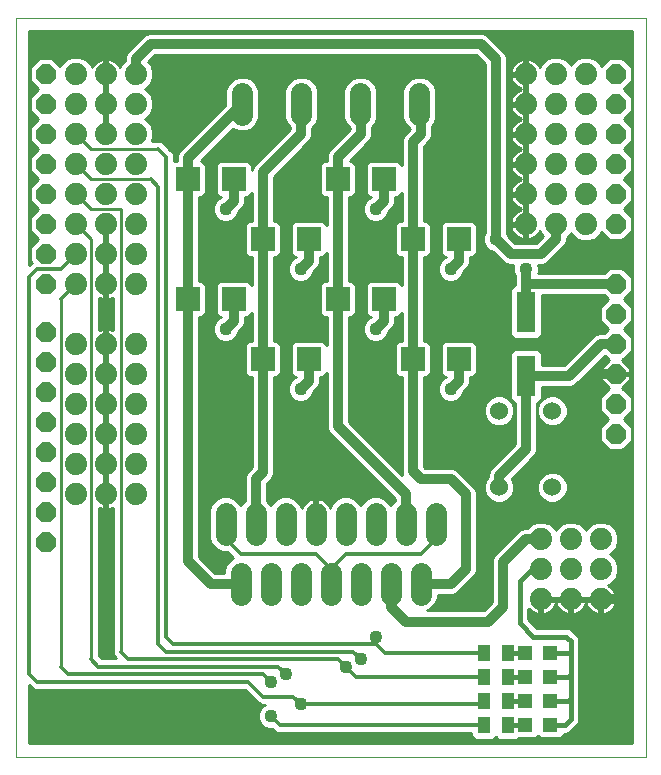
<source format=gtl>
G75*
%MOIN*%
%OFA0B0*%
%FSLAX24Y24*%
%IPPOS*%
%LPD*%
%AMOC8*
5,1,8,0,0,1.08239X$1,22.5*
%
%ADD10C,0.0000*%
%ADD11OC8,0.0660*%
%ADD12C,0.0709*%
%ADD13C,0.0705*%
%ADD14C,0.0740*%
%ADD15R,0.0630X0.1378*%
%ADD16R,0.0787X0.0787*%
%ADD17C,0.0600*%
%ADD18R,0.0472X0.0472*%
%ADD19R,0.0433X0.0551*%
%ADD20C,0.0320*%
%ADD21C,0.0100*%
%ADD22C,0.0436*%
%ADD23C,0.0120*%
%ADD24C,0.0160*%
D10*
X000150Y004950D02*
X000150Y029570D01*
X021142Y029570D01*
X021142Y004950D01*
X000150Y004950D01*
D11*
X001150Y012100D03*
X001150Y013100D03*
X001150Y014100D03*
X001150Y015100D03*
X001150Y016100D03*
X001150Y017100D03*
X001150Y018100D03*
X001150Y019100D03*
X001150Y020700D03*
X001150Y021700D03*
X001150Y022700D03*
X001150Y023700D03*
X001150Y024700D03*
X001150Y025700D03*
X001150Y026700D03*
X001150Y027700D03*
X020150Y027700D03*
X020150Y026700D03*
X020150Y025700D03*
X020150Y024700D03*
X020150Y023700D03*
X020150Y022700D03*
X020150Y020700D03*
X020150Y019700D03*
X020150Y018700D03*
X020150Y017700D03*
X020150Y016700D03*
X020150Y015700D03*
D12*
X014150Y013054D02*
X014150Y012346D01*
X013650Y011054D02*
X013650Y010346D01*
X012650Y010346D02*
X012650Y011054D01*
X012150Y012346D02*
X012150Y013054D01*
X013150Y013054D02*
X013150Y012346D01*
X011650Y011054D02*
X011650Y010346D01*
X010650Y010346D02*
X010650Y011054D01*
X010150Y012346D02*
X010150Y013054D01*
X009150Y013054D02*
X009150Y012346D01*
X008650Y011054D02*
X008650Y010346D01*
X007650Y010346D02*
X007650Y011054D01*
X007150Y012346D02*
X007150Y013054D01*
X008150Y013054D02*
X008150Y012346D01*
X009650Y011054D02*
X009650Y010346D01*
X011150Y012346D02*
X011150Y013054D01*
D13*
X011634Y026348D02*
X011634Y027053D01*
X009666Y027053D02*
X009666Y026348D01*
X007697Y026348D02*
X007697Y027053D01*
X013603Y027053D02*
X013603Y026348D01*
D14*
X017150Y026700D03*
X017150Y025700D03*
X017150Y024700D03*
X017150Y023700D03*
X017150Y022700D03*
X018150Y022700D03*
X018150Y023700D03*
X018150Y024700D03*
X018150Y025700D03*
X018150Y026700D03*
X018150Y027700D03*
X017150Y027700D03*
X019150Y027700D03*
X019150Y026700D03*
X019150Y025700D03*
X019150Y024700D03*
X019150Y023700D03*
X019150Y022700D03*
X018650Y012200D03*
X018650Y011200D03*
X018650Y010200D03*
X019650Y010200D03*
X019650Y011200D03*
X019650Y012200D03*
X017650Y012200D03*
X017650Y011200D03*
X017650Y010200D03*
X004150Y013700D03*
X004150Y014700D03*
X004150Y015700D03*
X004150Y016700D03*
X004150Y017700D03*
X004150Y018700D03*
X003150Y018700D03*
X003150Y017700D03*
X003150Y016700D03*
X003150Y015700D03*
X003150Y014700D03*
X003150Y013700D03*
X002150Y013700D03*
X002150Y014700D03*
X002150Y015700D03*
X002150Y016700D03*
X002150Y017700D03*
X002150Y018700D03*
X002150Y020700D03*
X002150Y021700D03*
X002150Y022700D03*
X002150Y023700D03*
X002150Y024700D03*
X002150Y025700D03*
X002150Y026700D03*
X002150Y027700D03*
X003150Y027700D03*
X003150Y026700D03*
X003150Y025700D03*
X003150Y024700D03*
X003150Y023700D03*
X003150Y022700D03*
X003150Y021700D03*
X003150Y020700D03*
X004150Y020700D03*
X004150Y021700D03*
X004150Y022700D03*
X004150Y023700D03*
X004150Y024700D03*
X004150Y025700D03*
X004150Y026700D03*
X004150Y027700D03*
D15*
X017150Y019763D03*
X017150Y017637D03*
D16*
X014914Y018200D03*
X013386Y018200D03*
X012414Y020200D03*
X010886Y020200D03*
X009914Y018200D03*
X008386Y018200D03*
X007414Y020200D03*
X005886Y020200D03*
X008386Y022200D03*
X009914Y022200D03*
X010886Y024200D03*
X012414Y024200D03*
X013386Y022200D03*
X014914Y022200D03*
X007414Y024200D03*
X005886Y024200D03*
D17*
X016260Y016480D03*
X018040Y016480D03*
X018040Y013920D03*
X016260Y013920D03*
D18*
X017137Y008400D03*
X017137Y007600D03*
X017137Y006800D03*
X017137Y006000D03*
X017963Y006000D03*
X017963Y006800D03*
X017963Y007600D03*
X017963Y008400D03*
D19*
X016544Y008400D03*
X016544Y007600D03*
X016544Y006800D03*
X016544Y006000D03*
X015756Y006000D03*
X015756Y006800D03*
X015756Y007600D03*
X015756Y008400D03*
D20*
X015900Y009450D02*
X016400Y009950D01*
X016400Y011450D01*
X017150Y012200D01*
X017650Y012200D01*
X016260Y013920D02*
X016260Y014310D01*
X017150Y015200D01*
X017150Y017637D01*
X018587Y017637D01*
X019650Y018700D01*
X020150Y018700D01*
X020150Y017700D02*
X019650Y017700D01*
X019150Y017200D01*
X019150Y013700D01*
X019650Y013200D01*
X020150Y013200D01*
X020450Y012900D01*
X020450Y010500D01*
X020150Y010200D01*
X019650Y010200D01*
X015900Y009450D02*
X013150Y009450D01*
X012650Y009950D01*
X012650Y010700D01*
X013650Y010700D02*
X014650Y010700D01*
X015150Y011200D01*
X015150Y013700D01*
X014650Y014200D01*
X013650Y014200D01*
X013386Y014464D01*
X013386Y018200D01*
X013386Y022200D01*
X013386Y025436D01*
X013650Y025700D01*
X013650Y026653D01*
X013603Y026700D01*
X012414Y024200D02*
X012414Y023464D01*
X012150Y023200D01*
X010886Y024200D02*
X010886Y024936D01*
X011650Y025700D01*
X011650Y026684D01*
X011634Y026700D01*
X010886Y024200D02*
X010886Y020200D01*
X010886Y015964D01*
X013150Y013700D01*
X013150Y012700D01*
X014650Y017200D02*
X014914Y017464D01*
X014914Y018200D01*
X014650Y021200D02*
X014914Y021464D01*
X014914Y022200D01*
X016150Y022200D02*
X016150Y028200D01*
X015650Y028700D01*
X004650Y028700D01*
X004150Y028200D01*
X004150Y027700D01*
X005886Y024889D02*
X007697Y026700D01*
X009650Y025700D02*
X008386Y024436D01*
X008386Y022200D01*
X008386Y018200D01*
X008386Y014436D01*
X008150Y014200D01*
X008150Y012700D01*
X007650Y010700D02*
X006650Y010700D01*
X005886Y011464D01*
X005886Y020200D01*
X005886Y024200D01*
X005886Y024889D01*
X007414Y023464D02*
X007150Y023200D01*
X007414Y023464D02*
X007414Y024200D01*
X009650Y025700D02*
X009650Y026684D01*
X009666Y026700D01*
X009914Y022200D02*
X009914Y021464D01*
X009650Y021200D01*
X007414Y020200D02*
X007414Y019464D01*
X007150Y019200D01*
X009650Y017200D02*
X009914Y017464D01*
X009914Y018200D01*
X012150Y019200D02*
X012414Y019464D01*
X012414Y020200D01*
X016150Y022200D02*
X016650Y021700D01*
X017650Y021700D01*
X018150Y022200D01*
X018150Y022700D01*
X017150Y021200D02*
X017150Y020700D01*
X017150Y019763D01*
X017150Y020700D02*
X020150Y020700D01*
D21*
X020545Y020332D02*
X020692Y020332D01*
X020692Y020430D02*
X020644Y020430D01*
X020690Y020476D02*
X020690Y020924D01*
X020374Y021240D01*
X019926Y021240D01*
X019756Y021070D01*
X017559Y021070D01*
X017578Y021115D01*
X017578Y021285D01*
X017559Y021330D01*
X017724Y021330D01*
X017860Y021386D01*
X018360Y021886D01*
X018464Y021990D01*
X018520Y022126D01*
X018520Y022250D01*
X018642Y022371D01*
X018650Y022391D01*
X018658Y022371D01*
X018821Y022208D01*
X019035Y022120D01*
X019265Y022120D01*
X019479Y022208D01*
X019642Y022371D01*
X019663Y022423D01*
X019926Y022160D01*
X020374Y022160D01*
X020690Y022476D01*
X020690Y022924D01*
X020414Y023200D01*
X020690Y023476D01*
X020690Y023924D01*
X020414Y024200D01*
X020690Y024476D01*
X020690Y024924D01*
X020414Y025200D01*
X020690Y025476D01*
X020690Y025924D01*
X020414Y026200D01*
X020690Y026476D01*
X020690Y026924D01*
X020414Y027200D01*
X020690Y027476D01*
X020690Y027924D01*
X020374Y028240D01*
X019926Y028240D01*
X019663Y027977D01*
X019642Y028029D01*
X019479Y028192D01*
X019265Y028280D01*
X019035Y028280D01*
X018821Y028192D01*
X018658Y028029D01*
X018650Y028009D01*
X018642Y028029D01*
X018479Y028192D01*
X018265Y028280D01*
X018035Y028280D01*
X017821Y028192D01*
X017658Y028029D01*
X017617Y027929D01*
X017595Y027973D01*
X017547Y028039D01*
X017489Y028097D01*
X017423Y028145D01*
X017350Y028182D01*
X017272Y028207D01*
X017200Y028219D01*
X017200Y027750D01*
X017100Y027750D01*
X017100Y028219D01*
X017028Y028207D01*
X016950Y028182D01*
X016877Y028145D01*
X016811Y028097D01*
X016753Y028039D01*
X016705Y027973D01*
X016668Y027900D01*
X016643Y027822D01*
X016631Y027750D01*
X017100Y027750D01*
X017100Y027650D01*
X016631Y027650D01*
X016643Y027578D01*
X016668Y027500D01*
X016705Y027427D01*
X016753Y027361D01*
X016811Y027303D01*
X016877Y027255D01*
X016950Y027218D01*
X017006Y027200D01*
X016950Y027182D01*
X016877Y027145D01*
X016811Y027097D01*
X016753Y027039D01*
X016705Y026973D01*
X016668Y026900D01*
X016643Y026822D01*
X016631Y026750D01*
X017100Y026750D01*
X017100Y027219D01*
X017100Y027650D01*
X017200Y027650D01*
X017200Y026750D01*
X017100Y026750D01*
X017100Y026650D01*
X017200Y026650D01*
X017200Y025750D01*
X017100Y025750D01*
X017100Y026181D01*
X017100Y026650D01*
X016631Y026650D01*
X016643Y026578D01*
X016668Y026500D01*
X016705Y026427D01*
X016753Y026361D01*
X016811Y026303D01*
X016877Y026255D01*
X016950Y026218D01*
X017006Y026200D01*
X016950Y026182D01*
X016877Y026145D01*
X016811Y026097D01*
X016753Y026039D01*
X016705Y025973D01*
X016668Y025900D01*
X016643Y025822D01*
X016631Y025750D01*
X017100Y025750D01*
X017100Y025650D01*
X016631Y025650D01*
X016643Y025578D01*
X016668Y025500D01*
X016705Y025427D01*
X016753Y025361D01*
X016811Y025303D01*
X016877Y025255D01*
X016950Y025218D01*
X017006Y025200D01*
X016950Y025182D01*
X016877Y025145D01*
X016811Y025097D01*
X016753Y025039D01*
X016705Y024973D01*
X016668Y024900D01*
X016643Y024822D01*
X016631Y024750D01*
X017100Y024750D01*
X017100Y025219D01*
X017100Y025650D01*
X017200Y025650D01*
X017200Y024750D01*
X017100Y024750D01*
X017100Y024650D01*
X017200Y024650D01*
X017200Y023750D01*
X017100Y023750D01*
X017100Y024219D01*
X017100Y024650D01*
X016631Y024650D01*
X016643Y024578D01*
X016668Y024500D01*
X016705Y024427D01*
X016753Y024361D01*
X016811Y024303D01*
X016877Y024255D01*
X016950Y024218D01*
X017006Y024200D01*
X016950Y024182D01*
X016877Y024145D01*
X016811Y024097D01*
X016753Y024039D01*
X016705Y023973D01*
X016668Y023900D01*
X016643Y023822D01*
X016631Y023750D01*
X017100Y023750D01*
X017100Y023650D01*
X016631Y023650D01*
X016643Y023578D01*
X016668Y023500D01*
X016705Y023427D01*
X016753Y023361D01*
X016811Y023303D01*
X016877Y023255D01*
X016950Y023218D01*
X017006Y023200D01*
X016950Y023182D01*
X016877Y023145D01*
X016811Y023097D01*
X016753Y023039D01*
X016705Y022973D01*
X016668Y022900D01*
X016643Y022822D01*
X016631Y022750D01*
X017100Y022750D01*
X017100Y023219D01*
X017100Y023650D01*
X017200Y023650D01*
X017200Y022750D01*
X017100Y022750D01*
X017100Y022650D01*
X017200Y022650D01*
X017200Y022181D01*
X017272Y022193D01*
X017350Y022218D01*
X017423Y022255D01*
X017489Y022303D01*
X017547Y022361D01*
X017595Y022427D01*
X017617Y022471D01*
X017658Y022371D01*
X017728Y022302D01*
X017486Y022302D01*
X017575Y022400D02*
X017646Y022400D01*
X017728Y022302D02*
X017497Y022070D01*
X016803Y022070D01*
X016570Y022303D01*
X016520Y022425D01*
X016520Y028274D01*
X016464Y028410D01*
X016360Y028514D01*
X015860Y029014D01*
X015724Y029070D01*
X004576Y029070D01*
X004440Y029014D01*
X004336Y028910D01*
X004336Y028910D01*
X003940Y028514D01*
X003836Y028410D01*
X003780Y028274D01*
X003780Y028150D01*
X003658Y028029D01*
X003617Y027929D01*
X003595Y027973D01*
X003547Y028039D01*
X003489Y028097D01*
X003423Y028145D01*
X003350Y028182D01*
X003272Y028207D01*
X003200Y028219D01*
X003200Y027750D01*
X003100Y027750D01*
X003100Y028219D01*
X003028Y028207D01*
X002950Y028182D01*
X002877Y028145D01*
X002811Y028097D01*
X002753Y028039D01*
X002705Y027973D01*
X002683Y027929D01*
X002642Y028029D01*
X002479Y028192D01*
X002265Y028280D01*
X002035Y028280D01*
X001821Y028192D01*
X001658Y028029D01*
X001637Y027977D01*
X001374Y028240D01*
X000926Y028240D01*
X000610Y027924D01*
X000610Y027476D01*
X000886Y027200D01*
X000610Y026924D01*
X000610Y026476D01*
X000886Y026200D01*
X000610Y025924D01*
X000610Y025476D01*
X000886Y025200D01*
X000610Y024924D01*
X000610Y024476D01*
X000886Y024200D01*
X000610Y023924D01*
X000610Y023476D01*
X000886Y023200D01*
X000610Y022924D01*
X000610Y022476D01*
X000886Y022200D01*
X000610Y021924D01*
X000610Y021476D01*
X000677Y021409D01*
X000600Y021332D01*
X000600Y029120D01*
X020692Y029120D01*
X020692Y005400D01*
X000600Y005400D01*
X000600Y007318D01*
X000621Y007297D01*
X000697Y007221D01*
X000796Y007180D01*
X007788Y007180D01*
X008171Y006797D01*
X008247Y006721D01*
X008346Y006680D01*
X008450Y006680D01*
X008408Y006663D01*
X008287Y006542D01*
X008222Y006385D01*
X008222Y006215D01*
X008287Y006058D01*
X008408Y005937D01*
X008565Y005872D01*
X008696Y005872D01*
X008797Y005771D01*
X008896Y005730D01*
X015330Y005730D01*
X015330Y005637D01*
X015453Y005514D01*
X016060Y005514D01*
X016150Y005605D01*
X016240Y005514D01*
X016847Y005514D01*
X016887Y005554D01*
X017460Y005554D01*
X017550Y005644D01*
X017640Y005554D01*
X018287Y005554D01*
X018410Y005677D01*
X018410Y005710D01*
X018508Y005710D01*
X018614Y005754D01*
X018696Y005836D01*
X018814Y005954D01*
X018896Y006036D01*
X018940Y006142D01*
X018940Y008858D01*
X018896Y008964D01*
X018664Y009196D01*
X018558Y009240D01*
X017520Y009240D01*
X017240Y009520D01*
X017240Y009880D01*
X017253Y009861D01*
X017311Y009803D01*
X017377Y009755D01*
X017450Y009718D01*
X017528Y009693D01*
X017600Y009681D01*
X017600Y010150D01*
X017700Y010150D01*
X017700Y010250D01*
X018600Y010250D01*
X018600Y010150D01*
X018131Y010150D01*
X017700Y010150D01*
X017700Y009681D01*
X017772Y009693D01*
X017850Y009718D01*
X017923Y009755D01*
X017989Y009803D01*
X018047Y009861D01*
X018095Y009927D01*
X018132Y010000D01*
X018150Y010056D01*
X018168Y010000D01*
X018205Y009927D01*
X018253Y009861D01*
X018311Y009803D01*
X018377Y009755D01*
X018450Y009718D01*
X018528Y009693D01*
X018600Y009681D01*
X018600Y010150D01*
X018700Y010150D01*
X018700Y010250D01*
X019600Y010250D01*
X019600Y010150D01*
X019131Y010150D01*
X018700Y010150D01*
X018700Y009681D01*
X018772Y009693D01*
X018850Y009718D01*
X018923Y009755D01*
X018989Y009803D01*
X019047Y009861D01*
X019095Y009927D01*
X019132Y010000D01*
X019150Y010056D01*
X019168Y010000D01*
X019205Y009927D01*
X019253Y009861D01*
X019311Y009803D01*
X019377Y009755D01*
X019450Y009718D01*
X019528Y009693D01*
X019600Y009681D01*
X019600Y010150D01*
X019700Y010150D01*
X019700Y010250D01*
X020169Y010250D01*
X020157Y010322D01*
X020132Y010400D01*
X020095Y010473D01*
X020047Y010539D01*
X019989Y010597D01*
X019923Y010645D01*
X019879Y010667D01*
X019979Y010708D01*
X020142Y010871D01*
X020230Y011085D01*
X020230Y011315D01*
X020142Y011529D01*
X019979Y011692D01*
X019959Y011700D01*
X019979Y011708D01*
X020142Y011871D01*
X020230Y012085D01*
X020230Y012315D01*
X020142Y012529D01*
X019979Y012692D01*
X019765Y012780D01*
X019535Y012780D01*
X019321Y012692D01*
X019158Y012529D01*
X019150Y012509D01*
X019142Y012529D01*
X018979Y012692D01*
X018765Y012780D01*
X018535Y012780D01*
X018321Y012692D01*
X018158Y012529D01*
X018150Y012509D01*
X018142Y012529D01*
X017979Y012692D01*
X017765Y012780D01*
X017535Y012780D01*
X017321Y012692D01*
X017200Y012570D01*
X017076Y012570D01*
X016940Y012514D01*
X016836Y012410D01*
X016086Y011660D01*
X016030Y011524D01*
X016030Y010103D01*
X015747Y009820D01*
X013856Y009820D01*
X013970Y009867D01*
X014128Y010026D01*
X014214Y010233D01*
X014214Y010330D01*
X014724Y010330D01*
X014860Y010386D01*
X014964Y010490D01*
X015464Y010990D01*
X015520Y011126D01*
X015520Y013774D01*
X015464Y013910D01*
X015360Y014014D01*
X014860Y014514D01*
X014724Y014570D01*
X013803Y014570D01*
X013756Y014617D01*
X013756Y017596D01*
X013867Y017596D01*
X013990Y017719D01*
X013990Y018681D01*
X013867Y018804D01*
X013756Y018804D01*
X013756Y021596D01*
X013867Y021596D01*
X013990Y021719D01*
X013990Y022681D01*
X013867Y022804D01*
X013756Y022804D01*
X013756Y025283D01*
X013860Y025386D01*
X013964Y025490D01*
X014020Y025626D01*
X014020Y025969D01*
X014080Y026029D01*
X014165Y026236D01*
X014165Y027164D01*
X014080Y027371D01*
X013921Y027529D01*
X013715Y027615D01*
X013491Y027615D01*
X013284Y027529D01*
X013126Y027371D01*
X013040Y027164D01*
X013040Y026236D01*
X013126Y026029D01*
X013280Y025875D01*
X013280Y025853D01*
X013073Y025646D01*
X013016Y025510D01*
X013016Y024682D01*
X012894Y024804D01*
X011933Y024804D01*
X011810Y024681D01*
X011810Y023719D01*
X011933Y023596D01*
X011989Y023596D01*
X011908Y023563D01*
X011787Y023442D01*
X011722Y023285D01*
X011722Y023115D01*
X011787Y022958D01*
X011908Y022837D01*
X012065Y022772D01*
X012235Y022772D01*
X012392Y022837D01*
X012513Y022958D01*
X012570Y023097D01*
X012727Y023254D01*
X012784Y023390D01*
X012784Y023596D01*
X012894Y023596D01*
X013016Y023718D01*
X013016Y022804D01*
X012906Y022804D01*
X012783Y022681D01*
X012783Y021719D01*
X012906Y021596D01*
X013016Y021596D01*
X013016Y020682D01*
X012894Y020804D01*
X011933Y020804D01*
X011810Y020681D01*
X011810Y019719D01*
X011933Y019596D01*
X011989Y019596D01*
X011908Y019563D01*
X011787Y019442D01*
X011722Y019285D01*
X011722Y019115D01*
X011787Y018958D01*
X011908Y018837D01*
X012065Y018772D01*
X012235Y018772D01*
X012392Y018837D01*
X012513Y018958D01*
X012570Y019097D01*
X012727Y019254D01*
X012784Y019390D01*
X012784Y019596D01*
X012894Y019596D01*
X013016Y019718D01*
X013016Y018804D01*
X012906Y018804D01*
X012783Y018681D01*
X012783Y017719D01*
X012906Y017596D01*
X013016Y017596D01*
X013016Y014390D01*
X013040Y014334D01*
X011256Y016117D01*
X011256Y019596D01*
X011367Y019596D01*
X011490Y019719D01*
X011490Y020681D01*
X011367Y020804D01*
X011256Y020804D01*
X011256Y023596D01*
X011367Y023596D01*
X011490Y023719D01*
X011490Y024681D01*
X011367Y024804D01*
X011277Y024804D01*
X011860Y025386D01*
X011964Y025490D01*
X012020Y025626D01*
X012020Y025938D01*
X012111Y026029D01*
X012197Y026236D01*
X012197Y027164D01*
X012111Y027371D01*
X011953Y027529D01*
X011746Y027615D01*
X011522Y027615D01*
X011316Y027529D01*
X011157Y027371D01*
X011072Y027164D01*
X011072Y026236D01*
X011157Y026029D01*
X011280Y025906D01*
X011280Y025853D01*
X010573Y025146D01*
X010516Y025010D01*
X010516Y024804D01*
X010406Y024804D01*
X010283Y024681D01*
X010283Y023719D01*
X010406Y023596D01*
X010516Y023596D01*
X010516Y022682D01*
X010394Y022804D01*
X009433Y022804D01*
X009310Y022681D01*
X009310Y021719D01*
X009433Y021596D01*
X009489Y021596D01*
X009408Y021563D01*
X009287Y021442D01*
X009222Y021285D01*
X009222Y021115D01*
X009287Y020958D01*
X009408Y020837D01*
X009565Y020772D01*
X009735Y020772D01*
X009892Y020837D01*
X010013Y020958D01*
X010070Y021097D01*
X010227Y021254D01*
X010284Y021390D01*
X010284Y021596D01*
X010394Y021596D01*
X010516Y021718D01*
X010516Y020804D01*
X010406Y020804D01*
X010283Y020681D01*
X010283Y019719D01*
X010406Y019596D01*
X010516Y019596D01*
X010516Y018682D01*
X010394Y018804D01*
X009433Y018804D01*
X009310Y018681D01*
X009310Y017719D01*
X009433Y017596D01*
X009489Y017596D01*
X009408Y017563D01*
X009287Y017442D01*
X009222Y017285D01*
X009222Y017115D01*
X009287Y016958D01*
X009408Y016837D01*
X009565Y016772D01*
X009735Y016772D01*
X009892Y016837D01*
X010013Y016958D01*
X010070Y017097D01*
X010227Y017254D01*
X010284Y017390D01*
X010284Y017596D01*
X010394Y017596D01*
X010516Y017718D01*
X010516Y015890D01*
X010573Y015754D01*
X012780Y013547D01*
X012780Y013482D01*
X012672Y013374D01*
X012650Y013322D01*
X012628Y013374D01*
X012470Y013533D01*
X012262Y013619D01*
X012038Y013619D01*
X011830Y013533D01*
X011672Y013374D01*
X011650Y013322D01*
X011628Y013374D01*
X011470Y013533D01*
X011262Y013619D01*
X011038Y013619D01*
X010830Y013533D01*
X010672Y013374D01*
X010618Y013245D01*
X010617Y013248D01*
X010581Y013319D01*
X010535Y013383D01*
X010479Y013439D01*
X010414Y013486D01*
X010344Y013522D01*
X010268Y013546D01*
X010200Y013557D01*
X010200Y012750D01*
X010100Y012750D01*
X010100Y013557D01*
X010032Y013546D01*
X009956Y013522D01*
X009886Y013486D01*
X009821Y013439D01*
X009765Y013383D01*
X009719Y013319D01*
X009683Y013248D01*
X009682Y013245D01*
X009628Y013374D01*
X009470Y013533D01*
X009262Y013619D01*
X009038Y013619D01*
X008830Y013533D01*
X008672Y013374D01*
X008650Y013322D01*
X008628Y013374D01*
X008520Y013482D01*
X008520Y014047D01*
X008700Y014227D01*
X008756Y014363D01*
X008756Y017596D01*
X008867Y017596D01*
X008990Y017719D01*
X008990Y018681D01*
X008867Y018804D01*
X008756Y018804D01*
X008756Y021596D01*
X008867Y021596D01*
X008990Y021719D01*
X008990Y022681D01*
X008867Y022804D01*
X008756Y022804D01*
X008756Y024283D01*
X009860Y025386D01*
X009964Y025490D01*
X010020Y025626D01*
X010020Y025906D01*
X010143Y026029D01*
X010228Y026236D01*
X010228Y027164D01*
X010143Y027371D01*
X009984Y027529D01*
X009778Y027615D01*
X009554Y027615D01*
X009347Y027529D01*
X009189Y027371D01*
X009103Y027164D01*
X009103Y026236D01*
X009189Y026029D01*
X009280Y025938D01*
X009280Y025853D01*
X008073Y024646D01*
X008017Y024513D01*
X008017Y024681D01*
X007894Y024804D01*
X006933Y024804D01*
X006810Y024681D01*
X006810Y023719D01*
X006933Y023596D01*
X006989Y023596D01*
X006908Y023563D01*
X006787Y023442D01*
X006722Y023285D01*
X006722Y023115D01*
X006787Y022958D01*
X006908Y022837D01*
X007065Y022772D01*
X007235Y022772D01*
X007392Y022837D01*
X007513Y022958D01*
X007570Y023097D01*
X007727Y023254D01*
X007784Y023390D01*
X007784Y023596D01*
X007894Y023596D01*
X008016Y023718D01*
X008016Y022804D01*
X007906Y022804D01*
X007783Y022681D01*
X007783Y021719D01*
X007906Y021596D01*
X008016Y021596D01*
X008016Y020682D01*
X007894Y020804D01*
X006933Y020804D01*
X006810Y020681D01*
X006810Y019719D01*
X006933Y019596D01*
X006989Y019596D01*
X006908Y019563D01*
X006787Y019442D01*
X006722Y019285D01*
X006722Y019115D01*
X006787Y018958D01*
X006908Y018837D01*
X007065Y018772D01*
X007235Y018772D01*
X007392Y018837D01*
X007513Y018958D01*
X007570Y019097D01*
X007727Y019254D01*
X007784Y019390D01*
X007784Y019596D01*
X007894Y019596D01*
X008016Y019718D01*
X008016Y018804D01*
X007906Y018804D01*
X007783Y018681D01*
X007783Y017719D01*
X007906Y017596D01*
X008016Y017596D01*
X008016Y014589D01*
X007940Y014514D01*
X007836Y014410D01*
X007780Y014274D01*
X007780Y013482D01*
X007672Y013374D01*
X007650Y013322D01*
X007628Y013374D01*
X007470Y013533D01*
X007262Y013619D01*
X007038Y013619D01*
X006830Y013533D01*
X006672Y013374D01*
X006586Y013167D01*
X006586Y012233D01*
X006672Y012026D01*
X006830Y011867D01*
X007038Y011781D01*
X007187Y011781D01*
X007405Y011564D01*
X007330Y011533D01*
X007172Y011374D01*
X007086Y011167D01*
X007086Y011070D01*
X006803Y011070D01*
X006256Y011617D01*
X006256Y019596D01*
X006367Y019596D01*
X006490Y019719D01*
X006490Y020681D01*
X006367Y020804D01*
X006256Y020804D01*
X006256Y023596D01*
X006367Y023596D01*
X006490Y023719D01*
X006490Y024681D01*
X006367Y024804D01*
X006324Y024804D01*
X007387Y025867D01*
X007585Y025785D01*
X007809Y025785D01*
X008016Y025871D01*
X008174Y026029D01*
X008260Y026236D01*
X008260Y027164D01*
X008174Y027371D01*
X008016Y027529D01*
X007809Y027615D01*
X007585Y027615D01*
X007379Y027529D01*
X007220Y027371D01*
X007135Y027164D01*
X007135Y026661D01*
X005573Y025099D01*
X005516Y024963D01*
X005516Y024804D01*
X005420Y024804D01*
X005420Y025004D01*
X005379Y025103D01*
X005303Y025179D01*
X005053Y025429D01*
X004954Y025470D01*
X004846Y025470D01*
X004822Y025460D01*
X004678Y025460D01*
X004730Y025585D01*
X004730Y025815D01*
X004642Y026029D01*
X004479Y026192D01*
X004459Y026200D01*
X004479Y026208D01*
X004642Y026371D01*
X004730Y026585D01*
X004730Y026815D01*
X004642Y027029D01*
X004479Y027192D01*
X004459Y027200D01*
X004479Y027208D01*
X004642Y027371D01*
X004730Y027585D01*
X004730Y027815D01*
X004642Y028029D01*
X004572Y028098D01*
X004803Y028330D01*
X015497Y028330D01*
X015780Y028047D01*
X015780Y022425D01*
X015722Y022285D01*
X015722Y022115D01*
X015787Y021958D01*
X015908Y021837D01*
X016047Y021780D01*
X016440Y021386D01*
X016576Y021330D01*
X016741Y021330D01*
X016722Y021285D01*
X016722Y021115D01*
X016780Y020975D01*
X016780Y020662D01*
X016748Y020662D01*
X016625Y020539D01*
X016625Y018987D01*
X016748Y018864D01*
X017552Y018864D01*
X017675Y018987D01*
X017675Y020330D01*
X019756Y020330D01*
X019886Y020200D01*
X019610Y019924D01*
X019610Y019476D01*
X019886Y019200D01*
X019756Y019070D01*
X019576Y019070D01*
X019440Y019014D01*
X019336Y018910D01*
X018434Y018007D01*
X017675Y018007D01*
X017675Y018413D01*
X017552Y018536D01*
X016748Y018536D01*
X016625Y018413D01*
X016625Y016861D01*
X016748Y016738D01*
X016780Y016738D01*
X016780Y015353D01*
X015946Y014520D01*
X015890Y014384D01*
X015890Y014271D01*
X015828Y014209D01*
X015750Y014021D01*
X015750Y013819D01*
X015828Y013631D01*
X015971Y013488D01*
X016159Y013410D01*
X016361Y013410D01*
X016549Y013488D01*
X016692Y013631D01*
X016770Y013819D01*
X016770Y014021D01*
X016692Y014209D01*
X016687Y014214D01*
X017360Y014886D01*
X017464Y014990D01*
X017520Y015126D01*
X017520Y016738D01*
X017552Y016738D01*
X017675Y016861D01*
X017675Y017267D01*
X018661Y017267D01*
X018797Y017323D01*
X019780Y018307D01*
X019926Y018160D01*
X019931Y018160D01*
X019670Y017899D01*
X019670Y017748D01*
X020102Y017748D01*
X020102Y017652D01*
X019670Y017652D01*
X019670Y017501D01*
X019931Y017240D01*
X019926Y017240D01*
X019610Y016924D01*
X019610Y016476D01*
X019886Y016200D01*
X019610Y015924D01*
X019610Y015476D01*
X019926Y015160D01*
X020374Y015160D01*
X020690Y015476D01*
X020690Y015924D01*
X020414Y016200D01*
X020690Y016476D01*
X020690Y016924D01*
X020374Y017240D01*
X020369Y017240D01*
X020630Y017501D01*
X020630Y017652D01*
X020198Y017652D01*
X020198Y017748D01*
X020630Y017748D01*
X020630Y017899D01*
X020369Y018160D01*
X020374Y018160D01*
X020690Y018476D01*
X020690Y018924D01*
X020414Y019200D01*
X020690Y019476D01*
X020690Y019924D01*
X020414Y020200D01*
X020690Y020476D01*
X020690Y020529D02*
X020692Y020529D01*
X020690Y020627D02*
X020692Y020627D01*
X020690Y020726D02*
X020692Y020726D01*
X020690Y020824D02*
X020692Y020824D01*
X020690Y020923D02*
X020692Y020923D01*
X020692Y021021D02*
X020593Y021021D01*
X020494Y021120D02*
X020692Y021120D01*
X020692Y021218D02*
X020396Y021218D01*
X020692Y021317D02*
X017565Y021317D01*
X017578Y021218D02*
X019904Y021218D01*
X019806Y021120D02*
X017578Y021120D01*
X017888Y021415D02*
X020692Y021415D01*
X020692Y021514D02*
X017987Y021514D01*
X018085Y021612D02*
X020692Y021612D01*
X020692Y021711D02*
X018184Y021711D01*
X018282Y021809D02*
X020692Y021809D01*
X020692Y021908D02*
X018381Y021908D01*
X018470Y022006D02*
X020692Y022006D01*
X020692Y022105D02*
X018511Y022105D01*
X018520Y022203D02*
X018834Y022203D01*
X018728Y022302D02*
X018572Y022302D01*
X019466Y022203D02*
X019883Y022203D01*
X019785Y022302D02*
X019572Y022302D01*
X019654Y022400D02*
X019686Y022400D01*
X020417Y022203D02*
X020692Y022203D01*
X020692Y022302D02*
X020515Y022302D01*
X020614Y022400D02*
X020692Y022400D01*
X020690Y022499D02*
X020692Y022499D01*
X020690Y022597D02*
X020692Y022597D01*
X020690Y022696D02*
X020692Y022696D01*
X020690Y022794D02*
X020692Y022794D01*
X020690Y022893D02*
X020692Y022893D01*
X020692Y022991D02*
X020623Y022991D01*
X020692Y023090D02*
X020524Y023090D01*
X020426Y023188D02*
X020692Y023188D01*
X020692Y023287D02*
X020500Y023287D01*
X020599Y023385D02*
X020692Y023385D01*
X020690Y023484D02*
X020692Y023484D01*
X020690Y023582D02*
X020692Y023582D01*
X020690Y023681D02*
X020692Y023681D01*
X020690Y023779D02*
X020692Y023779D01*
X020690Y023878D02*
X020692Y023878D01*
X020692Y023976D02*
X020638Y023976D01*
X020692Y024075D02*
X020539Y024075D01*
X020441Y024173D02*
X020692Y024173D01*
X020692Y024272D02*
X020485Y024272D01*
X020584Y024370D02*
X020692Y024370D01*
X020682Y024469D02*
X020692Y024469D01*
X020690Y024567D02*
X020692Y024567D01*
X020690Y024666D02*
X020692Y024666D01*
X020690Y024764D02*
X020692Y024764D01*
X020690Y024863D02*
X020692Y024863D01*
X020692Y024961D02*
X020653Y024961D01*
X020692Y025060D02*
X020554Y025060D01*
X020456Y025158D02*
X020692Y025158D01*
X020692Y025257D02*
X020470Y025257D01*
X020569Y025355D02*
X020692Y025355D01*
X020692Y025454D02*
X020667Y025454D01*
X020690Y025552D02*
X020692Y025552D01*
X020690Y025651D02*
X020692Y025651D01*
X020690Y025749D02*
X020692Y025749D01*
X020690Y025848D02*
X020692Y025848D01*
X020692Y025946D02*
X020668Y025946D01*
X020692Y026045D02*
X020569Y026045D01*
X020471Y026143D02*
X020692Y026143D01*
X020692Y026242D02*
X020455Y026242D01*
X020554Y026340D02*
X020692Y026340D01*
X020692Y026439D02*
X020652Y026439D01*
X020690Y026537D02*
X020692Y026537D01*
X020690Y026636D02*
X020692Y026636D01*
X020690Y026734D02*
X020692Y026734D01*
X020690Y026833D02*
X020692Y026833D01*
X020683Y026931D02*
X020692Y026931D01*
X020692Y027030D02*
X020584Y027030D01*
X020486Y027128D02*
X020692Y027128D01*
X020692Y027227D02*
X020440Y027227D01*
X020539Y027325D02*
X020692Y027325D01*
X020692Y027424D02*
X020637Y027424D01*
X020690Y027522D02*
X020692Y027522D01*
X020690Y027621D02*
X020692Y027621D01*
X020690Y027719D02*
X020692Y027719D01*
X020690Y027818D02*
X020692Y027818D01*
X020690Y027916D02*
X020692Y027916D01*
X020692Y028015D02*
X020599Y028015D01*
X020692Y028113D02*
X020501Y028113D01*
X020402Y028212D02*
X020692Y028212D01*
X020692Y028310D02*
X016505Y028310D01*
X016520Y028212D02*
X017056Y028212D01*
X017100Y028212D02*
X017200Y028212D01*
X017244Y028212D02*
X017869Y028212D01*
X017743Y028113D02*
X017466Y028113D01*
X017564Y028015D02*
X017653Y028015D01*
X017200Y028015D02*
X017100Y028015D01*
X017100Y028113D02*
X017200Y028113D01*
X017200Y027916D02*
X017100Y027916D01*
X017100Y027818D02*
X017200Y027818D01*
X017100Y027719D02*
X016520Y027719D01*
X016520Y027621D02*
X016636Y027621D01*
X016661Y027522D02*
X016520Y027522D01*
X016520Y027424D02*
X016708Y027424D01*
X016790Y027325D02*
X016520Y027325D01*
X016520Y027227D02*
X016934Y027227D01*
X016854Y027128D02*
X016520Y027128D01*
X016520Y027030D02*
X016747Y027030D01*
X016684Y026931D02*
X016520Y026931D01*
X016520Y026833D02*
X016646Y026833D01*
X016520Y026734D02*
X017100Y026734D01*
X017100Y026636D02*
X017200Y026636D01*
X017200Y026537D02*
X017100Y026537D01*
X017100Y026439D02*
X017200Y026439D01*
X017200Y026340D02*
X017100Y026340D01*
X017100Y026242D02*
X017200Y026242D01*
X017200Y026143D02*
X017100Y026143D01*
X017100Y026045D02*
X017200Y026045D01*
X017200Y025946D02*
X017100Y025946D01*
X017100Y025848D02*
X017200Y025848D01*
X017100Y025749D02*
X016520Y025749D01*
X016520Y025651D02*
X017100Y025651D01*
X017100Y025552D02*
X017200Y025552D01*
X017200Y025454D02*
X017100Y025454D01*
X017100Y025355D02*
X017200Y025355D01*
X017200Y025257D02*
X017100Y025257D01*
X017100Y025158D02*
X017200Y025158D01*
X017200Y025060D02*
X017100Y025060D01*
X017100Y024961D02*
X017200Y024961D01*
X017200Y024863D02*
X017100Y024863D01*
X017100Y024764D02*
X017200Y024764D01*
X017100Y024666D02*
X016520Y024666D01*
X016520Y024764D02*
X016634Y024764D01*
X016656Y024863D02*
X016520Y024863D01*
X016520Y024961D02*
X016699Y024961D01*
X016774Y025060D02*
X016520Y025060D01*
X016520Y025158D02*
X016904Y025158D01*
X016876Y025257D02*
X016520Y025257D01*
X016520Y025355D02*
X016760Y025355D01*
X016692Y025454D02*
X016520Y025454D01*
X016520Y025552D02*
X016651Y025552D01*
X016651Y025848D02*
X016520Y025848D01*
X016520Y025946D02*
X016692Y025946D01*
X016759Y026045D02*
X016520Y026045D01*
X016520Y026143D02*
X016875Y026143D01*
X016904Y026242D02*
X016520Y026242D01*
X016520Y026340D02*
X016775Y026340D01*
X016700Y026439D02*
X016520Y026439D01*
X016520Y026537D02*
X016656Y026537D01*
X016634Y026636D02*
X016520Y026636D01*
X017100Y026833D02*
X017200Y026833D01*
X017200Y026931D02*
X017100Y026931D01*
X017100Y027030D02*
X017200Y027030D01*
X017200Y027128D02*
X017100Y027128D01*
X017100Y027227D02*
X017200Y027227D01*
X017200Y027325D02*
X017100Y027325D01*
X017100Y027424D02*
X017200Y027424D01*
X017200Y027522D02*
X017100Y027522D01*
X017100Y027621D02*
X017200Y027621D01*
X016676Y027916D02*
X016520Y027916D01*
X016520Y027818D02*
X016642Y027818D01*
X016736Y028015D02*
X016520Y028015D01*
X016520Y028113D02*
X016834Y028113D01*
X016464Y028409D02*
X020692Y028409D01*
X020692Y028507D02*
X016366Y028507D01*
X016268Y028606D02*
X020692Y028606D01*
X020692Y028704D02*
X016169Y028704D01*
X016071Y028803D02*
X020692Y028803D01*
X020692Y028901D02*
X015972Y028901D01*
X015874Y029000D02*
X020692Y029000D01*
X020692Y029098D02*
X000600Y029098D01*
X000600Y029000D02*
X004426Y029000D01*
X004328Y028901D02*
X000600Y028901D01*
X000600Y028803D02*
X004229Y028803D01*
X004131Y028704D02*
X000600Y028704D01*
X000600Y028606D02*
X004032Y028606D01*
X003940Y028514D02*
X003940Y028514D01*
X003934Y028507D02*
X000600Y028507D01*
X000600Y028409D02*
X003836Y028409D01*
X003795Y028310D02*
X000600Y028310D01*
X000600Y028212D02*
X000898Y028212D01*
X000799Y028113D02*
X000600Y028113D01*
X000600Y028015D02*
X000701Y028015D01*
X000610Y027916D02*
X000600Y027916D01*
X000600Y027818D02*
X000610Y027818D01*
X000600Y027719D02*
X000610Y027719D01*
X000600Y027621D02*
X000610Y027621D01*
X000600Y027522D02*
X000610Y027522D01*
X000600Y027424D02*
X000663Y027424D01*
X000600Y027325D02*
X000761Y027325D01*
X000860Y027227D02*
X000600Y027227D01*
X000600Y027128D02*
X000814Y027128D01*
X000716Y027030D02*
X000600Y027030D01*
X000600Y026931D02*
X000617Y026931D01*
X000610Y026833D02*
X000600Y026833D01*
X000600Y026734D02*
X000610Y026734D01*
X000600Y026636D02*
X000610Y026636D01*
X000600Y026537D02*
X000610Y026537D01*
X000600Y026439D02*
X000648Y026439D01*
X000600Y026340D02*
X000746Y026340D01*
X000845Y026242D02*
X000600Y026242D01*
X000600Y026143D02*
X000829Y026143D01*
X000731Y026045D02*
X000600Y026045D01*
X000600Y025946D02*
X000632Y025946D01*
X000610Y025848D02*
X000600Y025848D01*
X000600Y025749D02*
X000610Y025749D01*
X000600Y025651D02*
X000610Y025651D01*
X000600Y025552D02*
X000610Y025552D01*
X000600Y025454D02*
X000633Y025454D01*
X000600Y025355D02*
X000731Y025355D01*
X000830Y025257D02*
X000600Y025257D01*
X000600Y025158D02*
X000844Y025158D01*
X000746Y025060D02*
X000600Y025060D01*
X000600Y024961D02*
X000647Y024961D01*
X000610Y024863D02*
X000600Y024863D01*
X000600Y024764D02*
X000610Y024764D01*
X000600Y024666D02*
X000610Y024666D01*
X000600Y024567D02*
X000610Y024567D01*
X000600Y024469D02*
X000618Y024469D01*
X000600Y024370D02*
X000716Y024370D01*
X000815Y024272D02*
X000600Y024272D01*
X000600Y024173D02*
X000859Y024173D01*
X000761Y024075D02*
X000600Y024075D01*
X000600Y023976D02*
X000662Y023976D01*
X000610Y023878D02*
X000600Y023878D01*
X000600Y023779D02*
X000610Y023779D01*
X000600Y023681D02*
X000610Y023681D01*
X000600Y023582D02*
X000610Y023582D01*
X000600Y023484D02*
X000610Y023484D01*
X000600Y023385D02*
X000701Y023385D01*
X000800Y023287D02*
X000600Y023287D01*
X000600Y023188D02*
X000874Y023188D01*
X000776Y023090D02*
X000600Y023090D01*
X000600Y022991D02*
X000677Y022991D01*
X000610Y022893D02*
X000600Y022893D01*
X000600Y022794D02*
X000610Y022794D01*
X000600Y022696D02*
X000610Y022696D01*
X000600Y022597D02*
X000610Y022597D01*
X000600Y022499D02*
X000610Y022499D01*
X000600Y022400D02*
X000686Y022400D01*
X000600Y022302D02*
X000785Y022302D01*
X000883Y022203D02*
X000600Y022203D01*
X000600Y022105D02*
X000791Y022105D01*
X000692Y022006D02*
X000600Y022006D01*
X000600Y021908D02*
X000610Y021908D01*
X000600Y021809D02*
X000610Y021809D01*
X000600Y021711D02*
X000610Y021711D01*
X000600Y021612D02*
X000610Y021612D01*
X000600Y021514D02*
X000610Y021514D01*
X000600Y021415D02*
X000671Y021415D01*
X001650Y020200D02*
X001650Y007950D01*
X000687Y007231D02*
X000600Y007231D01*
X000621Y007297D02*
X000621Y007297D01*
X000600Y007133D02*
X007836Y007133D01*
X007934Y007034D02*
X000600Y007034D01*
X000600Y006936D02*
X008033Y006936D01*
X008131Y006837D02*
X000600Y006837D01*
X000600Y006739D02*
X008230Y006739D01*
X008171Y006797D02*
X008171Y006797D01*
X008385Y006640D02*
X000600Y006640D01*
X000600Y006542D02*
X008287Y006542D01*
X008246Y006443D02*
X000600Y006443D01*
X000600Y006345D02*
X008222Y006345D01*
X008222Y006246D02*
X000600Y006246D01*
X000600Y006148D02*
X008250Y006148D01*
X008296Y006049D02*
X000600Y006049D01*
X000600Y005951D02*
X008394Y005951D01*
X008716Y005852D02*
X000600Y005852D01*
X000600Y005754D02*
X008840Y005754D01*
X007086Y011073D02*
X006801Y011073D01*
X006702Y011171D02*
X007088Y011171D01*
X007128Y011270D02*
X006604Y011270D01*
X006505Y011368D02*
X007169Y011368D01*
X007264Y011467D02*
X006407Y011467D01*
X006308Y011565D02*
X007403Y011565D01*
X007305Y011664D02*
X006256Y011664D01*
X006256Y011762D02*
X007206Y011762D01*
X006847Y011861D02*
X006256Y011861D01*
X006256Y011959D02*
X006739Y011959D01*
X006659Y012058D02*
X006256Y012058D01*
X006256Y012156D02*
X006618Y012156D01*
X006586Y012255D02*
X006256Y012255D01*
X006256Y012353D02*
X006586Y012353D01*
X006586Y012452D02*
X006256Y012452D01*
X006256Y012550D02*
X006586Y012550D01*
X006586Y012649D02*
X006256Y012649D01*
X006256Y012747D02*
X006586Y012747D01*
X006586Y012846D02*
X006256Y012846D01*
X006256Y012944D02*
X006586Y012944D01*
X006586Y013043D02*
X006256Y013043D01*
X006256Y013141D02*
X006586Y013141D01*
X006616Y013240D02*
X006256Y013240D01*
X006256Y013338D02*
X006657Y013338D01*
X006734Y013437D02*
X006256Y013437D01*
X006256Y013535D02*
X006836Y013535D01*
X006256Y013634D02*
X007780Y013634D01*
X007780Y013732D02*
X006256Y013732D01*
X006256Y013831D02*
X007780Y013831D01*
X007780Y013929D02*
X006256Y013929D01*
X006256Y014028D02*
X007780Y014028D01*
X007780Y014126D02*
X006256Y014126D01*
X006256Y014225D02*
X007780Y014225D01*
X007800Y014323D02*
X006256Y014323D01*
X006256Y014422D02*
X007848Y014422D01*
X007940Y014514D02*
X007940Y014514D01*
X007947Y014520D02*
X006256Y014520D01*
X006256Y014619D02*
X008016Y014619D01*
X008016Y014717D02*
X006256Y014717D01*
X006256Y014816D02*
X008016Y014816D01*
X008016Y014914D02*
X006256Y014914D01*
X006256Y015013D02*
X008016Y015013D01*
X008016Y015111D02*
X006256Y015111D01*
X006256Y015210D02*
X008016Y015210D01*
X008016Y015308D02*
X006256Y015308D01*
X006256Y015407D02*
X008016Y015407D01*
X008016Y015505D02*
X006256Y015505D01*
X006256Y015604D02*
X008016Y015604D01*
X008016Y015702D02*
X006256Y015702D01*
X006256Y015801D02*
X008016Y015801D01*
X008016Y015899D02*
X006256Y015899D01*
X006256Y015998D02*
X008016Y015998D01*
X008016Y016096D02*
X006256Y016096D01*
X006256Y016195D02*
X008016Y016195D01*
X008016Y016293D02*
X006256Y016293D01*
X006256Y016392D02*
X008016Y016392D01*
X008016Y016490D02*
X006256Y016490D01*
X006256Y016589D02*
X008016Y016589D01*
X008016Y016687D02*
X006256Y016687D01*
X006256Y016786D02*
X008016Y016786D01*
X008016Y016884D02*
X006256Y016884D01*
X006256Y016983D02*
X008016Y016983D01*
X008016Y017081D02*
X006256Y017081D01*
X006256Y017180D02*
X008016Y017180D01*
X008016Y017278D02*
X006256Y017278D01*
X006256Y017377D02*
X008016Y017377D01*
X008016Y017475D02*
X006256Y017475D01*
X006256Y017574D02*
X008016Y017574D01*
X007830Y017672D02*
X006256Y017672D01*
X006256Y017771D02*
X007783Y017771D01*
X007783Y017869D02*
X006256Y017869D01*
X006256Y017968D02*
X007783Y017968D01*
X007783Y018066D02*
X006256Y018066D01*
X006256Y018165D02*
X007783Y018165D01*
X007783Y018263D02*
X006256Y018263D01*
X006256Y018362D02*
X007783Y018362D01*
X007783Y018460D02*
X006256Y018460D01*
X006256Y018559D02*
X007783Y018559D01*
X007783Y018657D02*
X006256Y018657D01*
X006256Y018756D02*
X007857Y018756D01*
X008016Y018854D02*
X007409Y018854D01*
X007508Y018953D02*
X008016Y018953D01*
X008016Y019051D02*
X007551Y019051D01*
X007623Y019150D02*
X008016Y019150D01*
X008016Y019248D02*
X007721Y019248D01*
X007766Y019347D02*
X008016Y019347D01*
X008016Y019445D02*
X007784Y019445D01*
X007784Y019544D02*
X008016Y019544D01*
X008016Y019642D02*
X007940Y019642D01*
X008756Y019642D02*
X010360Y019642D01*
X010283Y019741D02*
X008756Y019741D01*
X008756Y019839D02*
X010283Y019839D01*
X010283Y019938D02*
X008756Y019938D01*
X008756Y020036D02*
X010283Y020036D01*
X010283Y020135D02*
X008756Y020135D01*
X008756Y020233D02*
X010283Y020233D01*
X010283Y020332D02*
X008756Y020332D01*
X008756Y020430D02*
X010283Y020430D01*
X010283Y020529D02*
X008756Y020529D01*
X008756Y020627D02*
X010283Y020627D01*
X010327Y020726D02*
X008756Y020726D01*
X008756Y020824D02*
X009440Y020824D01*
X009322Y020923D02*
X008756Y020923D01*
X008756Y021021D02*
X009261Y021021D01*
X009222Y021120D02*
X008756Y021120D01*
X008756Y021218D02*
X009222Y021218D01*
X009235Y021317D02*
X008756Y021317D01*
X008756Y021415D02*
X009276Y021415D01*
X009359Y021514D02*
X008756Y021514D01*
X008883Y021612D02*
X009417Y021612D01*
X009319Y021711D02*
X008981Y021711D01*
X008990Y021809D02*
X009310Y021809D01*
X009310Y021908D02*
X008990Y021908D01*
X008990Y022006D02*
X009310Y022006D01*
X009310Y022105D02*
X008990Y022105D01*
X008990Y022203D02*
X009310Y022203D01*
X009310Y022302D02*
X008990Y022302D01*
X008990Y022400D02*
X009310Y022400D01*
X009310Y022499D02*
X008990Y022499D01*
X008990Y022597D02*
X009310Y022597D01*
X009325Y022696D02*
X008975Y022696D01*
X008877Y022794D02*
X009423Y022794D01*
X008756Y022893D02*
X010516Y022893D01*
X010516Y022991D02*
X008756Y022991D01*
X008756Y023090D02*
X010516Y023090D01*
X010516Y023188D02*
X008756Y023188D01*
X008756Y023287D02*
X010516Y023287D01*
X010516Y023385D02*
X008756Y023385D01*
X008756Y023484D02*
X010516Y023484D01*
X010516Y023582D02*
X008756Y023582D01*
X008756Y023681D02*
X010321Y023681D01*
X010283Y023779D02*
X008756Y023779D01*
X008756Y023878D02*
X010283Y023878D01*
X010283Y023976D02*
X008756Y023976D01*
X008756Y024075D02*
X010283Y024075D01*
X010283Y024173D02*
X008756Y024173D01*
X008756Y024272D02*
X010283Y024272D01*
X010283Y024370D02*
X008843Y024370D01*
X008942Y024469D02*
X010283Y024469D01*
X010283Y024567D02*
X009040Y024567D01*
X009139Y024666D02*
X010283Y024666D01*
X010366Y024764D02*
X009237Y024764D01*
X009336Y024863D02*
X010516Y024863D01*
X010516Y024961D02*
X009434Y024961D01*
X009533Y025060D02*
X010537Y025060D01*
X010585Y025158D02*
X009631Y025158D01*
X009730Y025257D02*
X010683Y025257D01*
X010782Y025355D02*
X009828Y025355D01*
X009927Y025454D02*
X010880Y025454D01*
X010979Y025552D02*
X009989Y025552D01*
X010020Y025651D02*
X011077Y025651D01*
X011176Y025749D02*
X010020Y025749D01*
X010020Y025848D02*
X011274Y025848D01*
X011240Y025946D02*
X010060Y025946D01*
X010149Y026045D02*
X011151Y026045D01*
X011110Y026143D02*
X010190Y026143D01*
X010228Y026242D02*
X011072Y026242D01*
X011072Y026340D02*
X010228Y026340D01*
X010228Y026439D02*
X011072Y026439D01*
X011072Y026537D02*
X010228Y026537D01*
X010228Y026636D02*
X011072Y026636D01*
X011072Y026734D02*
X010228Y026734D01*
X010228Y026833D02*
X011072Y026833D01*
X011072Y026931D02*
X010228Y026931D01*
X010228Y027030D02*
X011072Y027030D01*
X011072Y027128D02*
X010228Y027128D01*
X010202Y027227D02*
X011098Y027227D01*
X011138Y027325D02*
X010162Y027325D01*
X010090Y027424D02*
X011210Y027424D01*
X011308Y027522D02*
X009992Y027522D01*
X009340Y027522D02*
X008023Y027522D01*
X008122Y027424D02*
X009241Y027424D01*
X009170Y027325D02*
X008193Y027325D01*
X008234Y027227D02*
X009129Y027227D01*
X009103Y027128D02*
X008260Y027128D01*
X008260Y027030D02*
X009103Y027030D01*
X009103Y026931D02*
X008260Y026931D01*
X008260Y026833D02*
X009103Y026833D01*
X009103Y026734D02*
X008260Y026734D01*
X008260Y026636D02*
X009103Y026636D01*
X009103Y026537D02*
X008260Y026537D01*
X008260Y026439D02*
X009103Y026439D01*
X009103Y026340D02*
X008260Y026340D01*
X008260Y026242D02*
X009103Y026242D01*
X009142Y026143D02*
X008221Y026143D01*
X008181Y026045D02*
X009182Y026045D01*
X009272Y025946D02*
X008091Y025946D01*
X007960Y025848D02*
X009274Y025848D01*
X009176Y025749D02*
X007270Y025749D01*
X007368Y025848D02*
X007434Y025848D01*
X007171Y025651D02*
X009077Y025651D01*
X008979Y025552D02*
X007073Y025552D01*
X006974Y025454D02*
X008880Y025454D01*
X008782Y025355D02*
X006876Y025355D01*
X006777Y025257D02*
X008683Y025257D01*
X008585Y025158D02*
X006679Y025158D01*
X006580Y025060D02*
X008486Y025060D01*
X008388Y024961D02*
X006482Y024961D01*
X006383Y024863D02*
X008289Y024863D01*
X008191Y024764D02*
X007934Y024764D01*
X008017Y024666D02*
X008092Y024666D01*
X008040Y024567D02*
X008017Y024567D01*
X007979Y023681D02*
X008016Y023681D01*
X008016Y023582D02*
X007784Y023582D01*
X007784Y023484D02*
X008016Y023484D01*
X008016Y023385D02*
X007782Y023385D01*
X007741Y023287D02*
X008016Y023287D01*
X008016Y023188D02*
X007661Y023188D01*
X007567Y023090D02*
X008016Y023090D01*
X008016Y022991D02*
X007526Y022991D01*
X007448Y022893D02*
X008016Y022893D01*
X007896Y022794D02*
X007288Y022794D01*
X007012Y022794D02*
X006256Y022794D01*
X006256Y022696D02*
X007797Y022696D01*
X007783Y022597D02*
X006256Y022597D01*
X006256Y022499D02*
X007783Y022499D01*
X007783Y022400D02*
X006256Y022400D01*
X006256Y022302D02*
X007783Y022302D01*
X007783Y022203D02*
X006256Y022203D01*
X006256Y022105D02*
X007783Y022105D01*
X007783Y022006D02*
X006256Y022006D01*
X006256Y021908D02*
X007783Y021908D01*
X007783Y021809D02*
X006256Y021809D01*
X006256Y021711D02*
X007791Y021711D01*
X007890Y021612D02*
X006256Y021612D01*
X006256Y021514D02*
X008016Y021514D01*
X008016Y021415D02*
X006256Y021415D01*
X006256Y021317D02*
X008016Y021317D01*
X008016Y021218D02*
X006256Y021218D01*
X006256Y021120D02*
X008016Y021120D01*
X008016Y021021D02*
X006256Y021021D01*
X006256Y020923D02*
X008016Y020923D01*
X008016Y020824D02*
X006256Y020824D01*
X006445Y020726D02*
X006855Y020726D01*
X006810Y020627D02*
X006490Y020627D01*
X006490Y020529D02*
X006810Y020529D01*
X006810Y020430D02*
X006490Y020430D01*
X006490Y020332D02*
X006810Y020332D01*
X006810Y020233D02*
X006490Y020233D01*
X006490Y020135D02*
X006810Y020135D01*
X006810Y020036D02*
X006490Y020036D01*
X006490Y019938D02*
X006810Y019938D01*
X006810Y019839D02*
X006490Y019839D01*
X006490Y019741D02*
X006810Y019741D01*
X006887Y019642D02*
X006413Y019642D01*
X006256Y019544D02*
X006889Y019544D01*
X006790Y019445D02*
X006256Y019445D01*
X006256Y019347D02*
X006748Y019347D01*
X006722Y019248D02*
X006256Y019248D01*
X006256Y019150D02*
X006722Y019150D01*
X006749Y019051D02*
X006256Y019051D01*
X006256Y018953D02*
X006792Y018953D01*
X006891Y018854D02*
X006256Y018854D01*
X007973Y020726D02*
X008016Y020726D01*
X008756Y019544D02*
X010516Y019544D01*
X010516Y019445D02*
X008756Y019445D01*
X008756Y019347D02*
X010516Y019347D01*
X010516Y019248D02*
X008756Y019248D01*
X008756Y019150D02*
X010516Y019150D01*
X010516Y019051D02*
X008756Y019051D01*
X008756Y018953D02*
X010516Y018953D01*
X010516Y018854D02*
X008756Y018854D01*
X008915Y018756D02*
X009385Y018756D01*
X009310Y018657D02*
X008990Y018657D01*
X008990Y018559D02*
X009310Y018559D01*
X009310Y018460D02*
X008990Y018460D01*
X008990Y018362D02*
X009310Y018362D01*
X009310Y018263D02*
X008990Y018263D01*
X008990Y018165D02*
X009310Y018165D01*
X009310Y018066D02*
X008990Y018066D01*
X008990Y017968D02*
X009310Y017968D01*
X009310Y017869D02*
X008990Y017869D01*
X008990Y017771D02*
X009310Y017771D01*
X009357Y017672D02*
X008943Y017672D01*
X008756Y017574D02*
X009434Y017574D01*
X009320Y017475D02*
X008756Y017475D01*
X008756Y017377D02*
X009260Y017377D01*
X009222Y017278D02*
X008756Y017278D01*
X008756Y017180D02*
X009222Y017180D01*
X009236Y017081D02*
X008756Y017081D01*
X008756Y016983D02*
X009277Y016983D01*
X009361Y016884D02*
X008756Y016884D01*
X008756Y016786D02*
X009533Y016786D01*
X009767Y016786D02*
X010516Y016786D01*
X010516Y016884D02*
X009939Y016884D01*
X010023Y016983D02*
X010516Y016983D01*
X010516Y017081D02*
X010064Y017081D01*
X010153Y017180D02*
X010516Y017180D01*
X010516Y017278D02*
X010237Y017278D01*
X010278Y017377D02*
X010516Y017377D01*
X010516Y017475D02*
X010284Y017475D01*
X010284Y017574D02*
X010516Y017574D01*
X010516Y017672D02*
X010470Y017672D01*
X011256Y017672D02*
X012830Y017672D01*
X012783Y017771D02*
X011256Y017771D01*
X011256Y017869D02*
X012783Y017869D01*
X012783Y017968D02*
X011256Y017968D01*
X011256Y018066D02*
X012783Y018066D01*
X012783Y018165D02*
X011256Y018165D01*
X011256Y018263D02*
X012783Y018263D01*
X012783Y018362D02*
X011256Y018362D01*
X011256Y018460D02*
X012783Y018460D01*
X012783Y018559D02*
X011256Y018559D01*
X011256Y018657D02*
X012783Y018657D01*
X012857Y018756D02*
X011256Y018756D01*
X011256Y018854D02*
X011891Y018854D01*
X011792Y018953D02*
X011256Y018953D01*
X011256Y019051D02*
X011749Y019051D01*
X011722Y019150D02*
X011256Y019150D01*
X011256Y019248D02*
X011722Y019248D01*
X011748Y019347D02*
X011256Y019347D01*
X011256Y019445D02*
X011790Y019445D01*
X011889Y019544D02*
X011256Y019544D01*
X011413Y019642D02*
X011887Y019642D01*
X011810Y019741D02*
X011490Y019741D01*
X011490Y019839D02*
X011810Y019839D01*
X011810Y019938D02*
X011490Y019938D01*
X011490Y020036D02*
X011810Y020036D01*
X011810Y020135D02*
X011490Y020135D01*
X011490Y020233D02*
X011810Y020233D01*
X011810Y020332D02*
X011490Y020332D01*
X011490Y020430D02*
X011810Y020430D01*
X011810Y020529D02*
X011490Y020529D01*
X011490Y020627D02*
X011810Y020627D01*
X011855Y020726D02*
X011445Y020726D01*
X011256Y020824D02*
X013016Y020824D01*
X013016Y020726D02*
X012973Y020726D01*
X013016Y020923D02*
X011256Y020923D01*
X011256Y021021D02*
X013016Y021021D01*
X013016Y021120D02*
X011256Y021120D01*
X011256Y021218D02*
X013016Y021218D01*
X013016Y021317D02*
X011256Y021317D01*
X011256Y021415D02*
X013016Y021415D01*
X013016Y021514D02*
X011256Y021514D01*
X011256Y021612D02*
X012890Y021612D01*
X012791Y021711D02*
X011256Y021711D01*
X011256Y021809D02*
X012783Y021809D01*
X012783Y021908D02*
X011256Y021908D01*
X011256Y022006D02*
X012783Y022006D01*
X012783Y022105D02*
X011256Y022105D01*
X011256Y022203D02*
X012783Y022203D01*
X012783Y022302D02*
X011256Y022302D01*
X011256Y022400D02*
X012783Y022400D01*
X012783Y022499D02*
X011256Y022499D01*
X011256Y022597D02*
X012783Y022597D01*
X012797Y022696D02*
X011256Y022696D01*
X011256Y022794D02*
X012012Y022794D01*
X011852Y022893D02*
X011256Y022893D01*
X011256Y022991D02*
X011774Y022991D01*
X011733Y023090D02*
X011256Y023090D01*
X011256Y023188D02*
X011722Y023188D01*
X011723Y023287D02*
X011256Y023287D01*
X011256Y023385D02*
X011764Y023385D01*
X011829Y023484D02*
X011256Y023484D01*
X011256Y023582D02*
X011954Y023582D01*
X011849Y023681D02*
X011451Y023681D01*
X011490Y023779D02*
X011810Y023779D01*
X011810Y023878D02*
X011490Y023878D01*
X011490Y023976D02*
X011810Y023976D01*
X011810Y024075D02*
X011490Y024075D01*
X011490Y024173D02*
X011810Y024173D01*
X011810Y024272D02*
X011490Y024272D01*
X011490Y024370D02*
X011810Y024370D01*
X011810Y024469D02*
X011490Y024469D01*
X011490Y024567D02*
X011810Y024567D01*
X011810Y024666D02*
X011490Y024666D01*
X011407Y024764D02*
X011893Y024764D01*
X011533Y025060D02*
X013016Y025060D01*
X013016Y025158D02*
X011631Y025158D01*
X011730Y025257D02*
X013016Y025257D01*
X013016Y025355D02*
X011828Y025355D01*
X011927Y025454D02*
X013016Y025454D01*
X013034Y025552D02*
X011989Y025552D01*
X012020Y025651D02*
X013077Y025651D01*
X013176Y025749D02*
X012020Y025749D01*
X012020Y025848D02*
X013274Y025848D01*
X013209Y025946D02*
X012028Y025946D01*
X012118Y026045D02*
X013119Y026045D01*
X013079Y026143D02*
X012158Y026143D01*
X012197Y026242D02*
X013040Y026242D01*
X013040Y026340D02*
X012197Y026340D01*
X012197Y026439D02*
X013040Y026439D01*
X013040Y026537D02*
X012197Y026537D01*
X012197Y026636D02*
X013040Y026636D01*
X013040Y026734D02*
X012197Y026734D01*
X012197Y026833D02*
X013040Y026833D01*
X013040Y026931D02*
X012197Y026931D01*
X012197Y027030D02*
X013040Y027030D01*
X013040Y027128D02*
X012197Y027128D01*
X012171Y027227D02*
X013066Y027227D01*
X013107Y027325D02*
X012130Y027325D01*
X012059Y027424D02*
X013178Y027424D01*
X013277Y027522D02*
X011960Y027522D01*
X013828Y025355D02*
X015780Y025355D01*
X015780Y025257D02*
X013756Y025257D01*
X013756Y025158D02*
X015780Y025158D01*
X015780Y025060D02*
X013756Y025060D01*
X013756Y024961D02*
X015780Y024961D01*
X015780Y024863D02*
X013756Y024863D01*
X013756Y024764D02*
X015780Y024764D01*
X015780Y024666D02*
X013756Y024666D01*
X013756Y024567D02*
X015780Y024567D01*
X015780Y024469D02*
X013756Y024469D01*
X013756Y024370D02*
X015780Y024370D01*
X015780Y024272D02*
X013756Y024272D01*
X013756Y024173D02*
X015780Y024173D01*
X015780Y024075D02*
X013756Y024075D01*
X013756Y023976D02*
X015780Y023976D01*
X015780Y023878D02*
X013756Y023878D01*
X013756Y023779D02*
X015780Y023779D01*
X015780Y023681D02*
X013756Y023681D01*
X013756Y023582D02*
X015780Y023582D01*
X015780Y023484D02*
X013756Y023484D01*
X013756Y023385D02*
X015780Y023385D01*
X015780Y023287D02*
X013756Y023287D01*
X013756Y023188D02*
X015780Y023188D01*
X015780Y023090D02*
X013756Y023090D01*
X013756Y022991D02*
X015780Y022991D01*
X015780Y022893D02*
X013756Y022893D01*
X013877Y022794D02*
X014423Y022794D01*
X014433Y022804D02*
X014310Y022681D01*
X014310Y021719D01*
X014433Y021596D01*
X014489Y021596D01*
X014408Y021563D01*
X014287Y021442D01*
X014222Y021285D01*
X014222Y021115D01*
X014287Y020958D01*
X014408Y020837D01*
X014565Y020772D01*
X014735Y020772D01*
X014892Y020837D01*
X015013Y020958D01*
X015070Y021097D01*
X015227Y021254D01*
X015284Y021390D01*
X015284Y021596D01*
X015394Y021596D01*
X015517Y021719D01*
X015517Y022681D01*
X015394Y022804D01*
X014433Y022804D01*
X014325Y022696D02*
X013975Y022696D01*
X013990Y022597D02*
X014310Y022597D01*
X014310Y022499D02*
X013990Y022499D01*
X013990Y022400D02*
X014310Y022400D01*
X014310Y022302D02*
X013990Y022302D01*
X013990Y022203D02*
X014310Y022203D01*
X014310Y022105D02*
X013990Y022105D01*
X013990Y022006D02*
X014310Y022006D01*
X014310Y021908D02*
X013990Y021908D01*
X013990Y021809D02*
X014310Y021809D01*
X014319Y021711D02*
X013981Y021711D01*
X013883Y021612D02*
X014417Y021612D01*
X014359Y021514D02*
X013756Y021514D01*
X013756Y021415D02*
X014276Y021415D01*
X014235Y021317D02*
X013756Y021317D01*
X013756Y021218D02*
X014222Y021218D01*
X014222Y021120D02*
X013756Y021120D01*
X013756Y021021D02*
X014261Y021021D01*
X014322Y020923D02*
X013756Y020923D01*
X013756Y020824D02*
X014440Y020824D01*
X014860Y020824D02*
X016780Y020824D01*
X016780Y020726D02*
X013756Y020726D01*
X013756Y020627D02*
X016713Y020627D01*
X016625Y020529D02*
X013756Y020529D01*
X013756Y020430D02*
X016625Y020430D01*
X016625Y020332D02*
X013756Y020332D01*
X013756Y020233D02*
X016625Y020233D01*
X016625Y020135D02*
X013756Y020135D01*
X013756Y020036D02*
X016625Y020036D01*
X016625Y019938D02*
X013756Y019938D01*
X013756Y019839D02*
X016625Y019839D01*
X016625Y019741D02*
X013756Y019741D01*
X013756Y019642D02*
X016625Y019642D01*
X016625Y019544D02*
X013756Y019544D01*
X013756Y019445D02*
X016625Y019445D01*
X016625Y019347D02*
X013756Y019347D01*
X013756Y019248D02*
X016625Y019248D01*
X016625Y019150D02*
X013756Y019150D01*
X013756Y019051D02*
X016625Y019051D01*
X016660Y018953D02*
X013756Y018953D01*
X013756Y018854D02*
X019281Y018854D01*
X019379Y018953D02*
X017640Y018953D01*
X017675Y019051D02*
X019531Y019051D01*
X019836Y019150D02*
X017675Y019150D01*
X017675Y019248D02*
X019838Y019248D01*
X019740Y019347D02*
X017675Y019347D01*
X017675Y019445D02*
X019641Y019445D01*
X019610Y019544D02*
X017675Y019544D01*
X017675Y019642D02*
X019610Y019642D01*
X019610Y019741D02*
X017675Y019741D01*
X017675Y019839D02*
X019610Y019839D01*
X019624Y019938D02*
X017675Y019938D01*
X017675Y020036D02*
X019722Y020036D01*
X019821Y020135D02*
X017675Y020135D01*
X017675Y020233D02*
X019853Y020233D01*
X020447Y020233D02*
X020692Y020233D01*
X020692Y020135D02*
X020479Y020135D01*
X020578Y020036D02*
X020692Y020036D01*
X020692Y019938D02*
X020676Y019938D01*
X020690Y019839D02*
X020692Y019839D01*
X020690Y019741D02*
X020692Y019741D01*
X020690Y019642D02*
X020692Y019642D01*
X020690Y019544D02*
X020692Y019544D01*
X020692Y019445D02*
X020659Y019445D01*
X020692Y019347D02*
X020560Y019347D01*
X020462Y019248D02*
X020692Y019248D01*
X020692Y019150D02*
X020464Y019150D01*
X020563Y019051D02*
X020692Y019051D01*
X020692Y018953D02*
X020661Y018953D01*
X020690Y018854D02*
X020692Y018854D01*
X020690Y018756D02*
X020692Y018756D01*
X020690Y018657D02*
X020692Y018657D01*
X020690Y018559D02*
X020692Y018559D01*
X020692Y018460D02*
X020674Y018460D01*
X020692Y018362D02*
X020575Y018362D01*
X020477Y018263D02*
X020692Y018263D01*
X020692Y018165D02*
X020378Y018165D01*
X020463Y018066D02*
X020692Y018066D01*
X020692Y017968D02*
X020561Y017968D01*
X020630Y017869D02*
X020692Y017869D01*
X020692Y017771D02*
X020630Y017771D01*
X020692Y017672D02*
X020198Y017672D01*
X020102Y017672D02*
X019145Y017672D01*
X019047Y017574D02*
X019670Y017574D01*
X019696Y017475D02*
X018948Y017475D01*
X018850Y017377D02*
X019795Y017377D01*
X019893Y017278D02*
X018687Y017278D01*
X018329Y016912D02*
X018472Y016769D01*
X018550Y016581D01*
X018550Y016379D01*
X018472Y016191D01*
X018329Y016048D01*
X018141Y015970D01*
X017939Y015970D01*
X017751Y016048D01*
X017608Y016191D01*
X017530Y016379D01*
X017530Y016581D01*
X017608Y016769D01*
X017751Y016912D01*
X017939Y016990D01*
X018141Y016990D01*
X018329Y016912D01*
X018357Y016884D02*
X019610Y016884D01*
X019610Y016786D02*
X018456Y016786D01*
X018506Y016687D02*
X019610Y016687D01*
X019610Y016589D02*
X018547Y016589D01*
X018550Y016490D02*
X019610Y016490D01*
X019695Y016392D02*
X018550Y016392D01*
X018515Y016293D02*
X019793Y016293D01*
X019881Y016195D02*
X018474Y016195D01*
X018377Y016096D02*
X019782Y016096D01*
X019684Y015998D02*
X018208Y015998D01*
X017872Y015998D02*
X017520Y015998D01*
X017520Y016096D02*
X017703Y016096D01*
X017606Y016195D02*
X017520Y016195D01*
X017520Y016293D02*
X017565Y016293D01*
X017530Y016392D02*
X017520Y016392D01*
X017520Y016490D02*
X017530Y016490D01*
X017520Y016589D02*
X017533Y016589D01*
X017520Y016687D02*
X017574Y016687D01*
X017599Y016786D02*
X017624Y016786D01*
X017675Y016884D02*
X017723Y016884D01*
X017675Y016983D02*
X017921Y016983D01*
X018159Y016983D02*
X019669Y016983D01*
X019767Y017081D02*
X017675Y017081D01*
X017675Y017180D02*
X019866Y017180D01*
X019670Y017771D02*
X019244Y017771D01*
X019342Y017869D02*
X019670Y017869D01*
X019739Y017968D02*
X019441Y017968D01*
X019539Y018066D02*
X019837Y018066D01*
X019922Y018165D02*
X019638Y018165D01*
X019736Y018263D02*
X019823Y018263D01*
X019182Y018756D02*
X015443Y018756D01*
X015394Y018804D02*
X015517Y018681D01*
X015517Y017719D01*
X015394Y017596D01*
X015284Y017596D01*
X015284Y017390D01*
X015227Y017254D01*
X015070Y017097D01*
X015013Y016958D01*
X014892Y016837D01*
X014735Y016772D01*
X014565Y016772D01*
X014408Y016837D01*
X014287Y016958D01*
X014222Y017115D01*
X014222Y017285D01*
X014287Y017442D01*
X014408Y017563D01*
X014489Y017596D01*
X014433Y017596D01*
X014310Y017719D01*
X014310Y018681D01*
X014433Y018804D01*
X015394Y018804D01*
X015517Y018657D02*
X019084Y018657D01*
X018985Y018559D02*
X015517Y018559D01*
X015517Y018460D02*
X016672Y018460D01*
X016625Y018362D02*
X015517Y018362D01*
X015517Y018263D02*
X016625Y018263D01*
X016625Y018165D02*
X015517Y018165D01*
X015517Y018066D02*
X016625Y018066D01*
X016625Y017968D02*
X015517Y017968D01*
X015517Y017869D02*
X016625Y017869D01*
X016625Y017771D02*
X015517Y017771D01*
X015470Y017672D02*
X016625Y017672D01*
X016625Y017574D02*
X015284Y017574D01*
X015284Y017475D02*
X016625Y017475D01*
X016625Y017377D02*
X015278Y017377D01*
X015237Y017278D02*
X016625Y017278D01*
X016625Y017180D02*
X015153Y017180D01*
X015064Y017081D02*
X016625Y017081D01*
X016625Y016983D02*
X016379Y016983D01*
X016361Y016990D02*
X016159Y016990D01*
X015971Y016912D01*
X015828Y016769D01*
X015750Y016581D01*
X015750Y016379D01*
X015828Y016191D01*
X015971Y016048D01*
X016159Y015970D01*
X016361Y015970D01*
X016549Y016048D01*
X016692Y016191D01*
X016770Y016379D01*
X016770Y016581D01*
X016692Y016769D01*
X016549Y016912D01*
X016361Y016990D01*
X016141Y016983D02*
X015023Y016983D01*
X014939Y016884D02*
X015943Y016884D01*
X015844Y016786D02*
X014767Y016786D01*
X014533Y016786D02*
X013756Y016786D01*
X013756Y016884D02*
X014361Y016884D01*
X014277Y016983D02*
X013756Y016983D01*
X013756Y017081D02*
X014236Y017081D01*
X014222Y017180D02*
X013756Y017180D01*
X013756Y017278D02*
X014222Y017278D01*
X014260Y017377D02*
X013756Y017377D01*
X013756Y017475D02*
X014320Y017475D01*
X014434Y017574D02*
X013756Y017574D01*
X013943Y017672D02*
X014357Y017672D01*
X014310Y017771D02*
X013990Y017771D01*
X013990Y017869D02*
X014310Y017869D01*
X014310Y017968D02*
X013990Y017968D01*
X013990Y018066D02*
X014310Y018066D01*
X014310Y018165D02*
X013990Y018165D01*
X013990Y018263D02*
X014310Y018263D01*
X014310Y018362D02*
X013990Y018362D01*
X013990Y018460D02*
X014310Y018460D01*
X014310Y018559D02*
X013990Y018559D01*
X013990Y018657D02*
X014310Y018657D01*
X014385Y018756D02*
X013915Y018756D01*
X013016Y018854D02*
X012409Y018854D01*
X012508Y018953D02*
X013016Y018953D01*
X013016Y019051D02*
X012551Y019051D01*
X012623Y019150D02*
X013016Y019150D01*
X013016Y019248D02*
X012721Y019248D01*
X012766Y019347D02*
X013016Y019347D01*
X013016Y019445D02*
X012784Y019445D01*
X012784Y019544D02*
X013016Y019544D01*
X013016Y019642D02*
X012940Y019642D01*
X013016Y017574D02*
X011256Y017574D01*
X011256Y017475D02*
X013016Y017475D01*
X013016Y017377D02*
X011256Y017377D01*
X011256Y017278D02*
X013016Y017278D01*
X013016Y017180D02*
X011256Y017180D01*
X011256Y017081D02*
X013016Y017081D01*
X013016Y016983D02*
X011256Y016983D01*
X011256Y016884D02*
X013016Y016884D01*
X013016Y016786D02*
X011256Y016786D01*
X011256Y016687D02*
X013016Y016687D01*
X013016Y016589D02*
X011256Y016589D01*
X011256Y016490D02*
X013016Y016490D01*
X013016Y016392D02*
X011256Y016392D01*
X011256Y016293D02*
X013016Y016293D01*
X013016Y016195D02*
X011256Y016195D01*
X011277Y016096D02*
X013016Y016096D01*
X013016Y015998D02*
X011376Y015998D01*
X011474Y015899D02*
X013016Y015899D01*
X013016Y015801D02*
X011573Y015801D01*
X011671Y015702D02*
X013016Y015702D01*
X013016Y015604D02*
X011770Y015604D01*
X011868Y015505D02*
X013016Y015505D01*
X013016Y015407D02*
X011967Y015407D01*
X012065Y015308D02*
X013016Y015308D01*
X013016Y015210D02*
X012164Y015210D01*
X012262Y015111D02*
X013016Y015111D01*
X013016Y015013D02*
X012361Y015013D01*
X012459Y014914D02*
X013016Y014914D01*
X013016Y014816D02*
X012558Y014816D01*
X012656Y014717D02*
X013016Y014717D01*
X013016Y014619D02*
X012755Y014619D01*
X012853Y014520D02*
X013016Y014520D01*
X013016Y014422D02*
X012952Y014422D01*
X012398Y013929D02*
X008520Y013929D01*
X008520Y013831D02*
X012496Y013831D01*
X012595Y013732D02*
X008520Y013732D01*
X008520Y013634D02*
X012693Y013634D01*
X012780Y013535D02*
X012464Y013535D01*
X012566Y013437D02*
X012734Y013437D01*
X012657Y013338D02*
X012643Y013338D01*
X012299Y014028D02*
X008520Y014028D01*
X008599Y014126D02*
X012201Y014126D01*
X012102Y014225D02*
X008698Y014225D01*
X008740Y014323D02*
X012004Y014323D01*
X011905Y014422D02*
X008756Y014422D01*
X008756Y014520D02*
X011807Y014520D01*
X011708Y014619D02*
X008756Y014619D01*
X008756Y014717D02*
X011610Y014717D01*
X011511Y014816D02*
X008756Y014816D01*
X008756Y014914D02*
X011413Y014914D01*
X011314Y015013D02*
X008756Y015013D01*
X008756Y015111D02*
X011216Y015111D01*
X011117Y015210D02*
X008756Y015210D01*
X008756Y015308D02*
X011019Y015308D01*
X010920Y015407D02*
X008756Y015407D01*
X008756Y015505D02*
X010822Y015505D01*
X010723Y015604D02*
X008756Y015604D01*
X008756Y015702D02*
X010625Y015702D01*
X010553Y015801D02*
X008756Y015801D01*
X008756Y015899D02*
X010516Y015899D01*
X010516Y015998D02*
X008756Y015998D01*
X008756Y016096D02*
X010516Y016096D01*
X010516Y016195D02*
X008756Y016195D01*
X008756Y016293D02*
X010516Y016293D01*
X010516Y016392D02*
X008756Y016392D01*
X008756Y016490D02*
X010516Y016490D01*
X010516Y016589D02*
X008756Y016589D01*
X008756Y016687D02*
X010516Y016687D01*
X010516Y018756D02*
X010443Y018756D01*
X010516Y020824D02*
X009860Y020824D01*
X009978Y020923D02*
X010516Y020923D01*
X010516Y021021D02*
X010039Y021021D01*
X010093Y021120D02*
X010516Y021120D01*
X010516Y021218D02*
X010191Y021218D01*
X010253Y021317D02*
X010516Y021317D01*
X010516Y021415D02*
X010284Y021415D01*
X010284Y021514D02*
X010516Y021514D01*
X010516Y021612D02*
X010410Y021612D01*
X010509Y021711D02*
X010516Y021711D01*
X010503Y022696D02*
X010516Y022696D01*
X010516Y022794D02*
X010404Y022794D01*
X011336Y024863D02*
X013016Y024863D01*
X013016Y024961D02*
X011434Y024961D01*
X012741Y023287D02*
X013016Y023287D01*
X013016Y023385D02*
X012782Y023385D01*
X012784Y023484D02*
X013016Y023484D01*
X013016Y023582D02*
X012784Y023582D01*
X012979Y023681D02*
X013016Y023681D01*
X013016Y023188D02*
X012661Y023188D01*
X012567Y023090D02*
X013016Y023090D01*
X013016Y022991D02*
X012526Y022991D01*
X012448Y022893D02*
X013016Y022893D01*
X012896Y022794D02*
X012288Y022794D01*
X012934Y024764D02*
X013016Y024764D01*
X013927Y025454D02*
X015780Y025454D01*
X015780Y025552D02*
X013989Y025552D01*
X014020Y025651D02*
X015780Y025651D01*
X015780Y025749D02*
X014020Y025749D01*
X014020Y025848D02*
X015780Y025848D01*
X015780Y025946D02*
X014020Y025946D01*
X014086Y026045D02*
X015780Y026045D01*
X015780Y026143D02*
X014127Y026143D01*
X014165Y026242D02*
X015780Y026242D01*
X015780Y026340D02*
X014165Y026340D01*
X014165Y026439D02*
X015780Y026439D01*
X015780Y026537D02*
X014165Y026537D01*
X014165Y026636D02*
X015780Y026636D01*
X015780Y026734D02*
X014165Y026734D01*
X014165Y026833D02*
X015780Y026833D01*
X015780Y026931D02*
X014165Y026931D01*
X014165Y027030D02*
X015780Y027030D01*
X015780Y027128D02*
X014165Y027128D01*
X014140Y027227D02*
X015780Y027227D01*
X015780Y027325D02*
X014099Y027325D01*
X014027Y027424D02*
X015780Y027424D01*
X015780Y027522D02*
X013929Y027522D01*
X015517Y028310D02*
X004783Y028310D01*
X004685Y028212D02*
X015615Y028212D01*
X015714Y028113D02*
X004586Y028113D01*
X004647Y028015D02*
X015780Y028015D01*
X015780Y027916D02*
X004688Y027916D01*
X004729Y027818D02*
X015780Y027818D01*
X015780Y027719D02*
X004730Y027719D01*
X004730Y027621D02*
X015780Y027621D01*
X016520Y024567D02*
X016646Y024567D01*
X016684Y024469D02*
X016520Y024469D01*
X016520Y024370D02*
X016747Y024370D01*
X016855Y024272D02*
X016520Y024272D01*
X016520Y024173D02*
X016933Y024173D01*
X017100Y024173D02*
X017200Y024173D01*
X017200Y024075D02*
X017100Y024075D01*
X017100Y023976D02*
X017200Y023976D01*
X017200Y023878D02*
X017100Y023878D01*
X017100Y023779D02*
X017200Y023779D01*
X017100Y023681D02*
X016520Y023681D01*
X016520Y023779D02*
X016636Y023779D01*
X016661Y023878D02*
X016520Y023878D01*
X016520Y023976D02*
X016708Y023976D01*
X016789Y024075D02*
X016520Y024075D01*
X016520Y023582D02*
X016642Y023582D01*
X016677Y023484D02*
X016520Y023484D01*
X016520Y023385D02*
X016736Y023385D01*
X016834Y023287D02*
X016520Y023287D01*
X016520Y023188D02*
X016969Y023188D01*
X017100Y023188D02*
X017200Y023188D01*
X017200Y023090D02*
X017100Y023090D01*
X017100Y022991D02*
X017200Y022991D01*
X017200Y022893D02*
X017100Y022893D01*
X017100Y022794D02*
X017200Y022794D01*
X017100Y022696D02*
X016520Y022696D01*
X016520Y022794D02*
X016638Y022794D01*
X016666Y022893D02*
X016520Y022893D01*
X016520Y022991D02*
X016719Y022991D01*
X016804Y023090D02*
X016520Y023090D01*
X016631Y022650D02*
X016643Y022578D01*
X016668Y022500D01*
X016705Y022427D01*
X016753Y022361D01*
X016811Y022303D01*
X016877Y022255D01*
X016950Y022218D01*
X017028Y022193D01*
X017100Y022181D01*
X017100Y022650D01*
X016631Y022650D01*
X016640Y022597D02*
X016520Y022597D01*
X016520Y022499D02*
X016669Y022499D01*
X016725Y022400D02*
X016530Y022400D01*
X016572Y022302D02*
X016814Y022302D01*
X016670Y022203D02*
X016997Y022203D01*
X017100Y022203D02*
X017200Y022203D01*
X017200Y022302D02*
X017100Y022302D01*
X017100Y022400D02*
X017200Y022400D01*
X017200Y022499D02*
X017100Y022499D01*
X017100Y022597D02*
X017200Y022597D01*
X017303Y022203D02*
X017630Y022203D01*
X017531Y022105D02*
X016769Y022105D01*
X016313Y021514D02*
X015284Y021514D01*
X015284Y021415D02*
X016412Y021415D01*
X016215Y021612D02*
X015410Y021612D01*
X015509Y021711D02*
X016116Y021711D01*
X015976Y021809D02*
X015517Y021809D01*
X015517Y021908D02*
X015837Y021908D01*
X015767Y022006D02*
X015517Y022006D01*
X015517Y022105D02*
X015726Y022105D01*
X015722Y022203D02*
X015517Y022203D01*
X015517Y022302D02*
X015729Y022302D01*
X015770Y022400D02*
X015517Y022400D01*
X015517Y022499D02*
X015780Y022499D01*
X015780Y022597D02*
X015517Y022597D01*
X015503Y022696D02*
X015780Y022696D01*
X015780Y022794D02*
X015404Y022794D01*
X015253Y021317D02*
X016735Y021317D01*
X016722Y021218D02*
X015191Y021218D01*
X015093Y021120D02*
X016722Y021120D01*
X016761Y021021D02*
X015039Y021021D01*
X014978Y020923D02*
X016780Y020923D01*
X017100Y023287D02*
X017200Y023287D01*
X017200Y023385D02*
X017100Y023385D01*
X017100Y023484D02*
X017200Y023484D01*
X017200Y023582D02*
X017100Y023582D01*
X017100Y024272D02*
X017200Y024272D01*
X017200Y024370D02*
X017100Y024370D01*
X017100Y024469D02*
X017200Y024469D01*
X017200Y024567D02*
X017100Y024567D01*
X018647Y028015D02*
X018653Y028015D01*
X018743Y028113D02*
X018557Y028113D01*
X018431Y028212D02*
X018869Y028212D01*
X019431Y028212D02*
X019898Y028212D01*
X019799Y028113D02*
X019557Y028113D01*
X019647Y028015D02*
X019701Y028015D01*
X018887Y018460D02*
X017628Y018460D01*
X017675Y018362D02*
X018788Y018362D01*
X018690Y018263D02*
X017675Y018263D01*
X017675Y018165D02*
X018591Y018165D01*
X018493Y018066D02*
X017675Y018066D01*
X016701Y016786D02*
X016676Y016786D01*
X016625Y016884D02*
X016577Y016884D01*
X016726Y016687D02*
X016780Y016687D01*
X016767Y016589D02*
X016780Y016589D01*
X016770Y016490D02*
X016780Y016490D01*
X016770Y016392D02*
X016780Y016392D01*
X016780Y016293D02*
X016735Y016293D01*
X016694Y016195D02*
X016780Y016195D01*
X016780Y016096D02*
X016597Y016096D01*
X016428Y015998D02*
X016780Y015998D01*
X016780Y015899D02*
X013756Y015899D01*
X013756Y015801D02*
X016780Y015801D01*
X016780Y015702D02*
X013756Y015702D01*
X013756Y015604D02*
X016780Y015604D01*
X016780Y015505D02*
X013756Y015505D01*
X013756Y015407D02*
X016780Y015407D01*
X016735Y015308D02*
X013756Y015308D01*
X013756Y015210D02*
X016636Y015210D01*
X016538Y015111D02*
X013756Y015111D01*
X013756Y015013D02*
X016439Y015013D01*
X016341Y014914D02*
X013756Y014914D01*
X013756Y014816D02*
X016242Y014816D01*
X016144Y014717D02*
X013756Y014717D01*
X013756Y014619D02*
X016045Y014619D01*
X015947Y014520D02*
X014844Y014520D01*
X014952Y014422D02*
X015906Y014422D01*
X015890Y014323D02*
X015050Y014323D01*
X015149Y014225D02*
X015843Y014225D01*
X015793Y014126D02*
X015247Y014126D01*
X015346Y014028D02*
X015753Y014028D01*
X015750Y013929D02*
X015444Y013929D01*
X015496Y013831D02*
X015750Y013831D01*
X015786Y013732D02*
X015520Y013732D01*
X015520Y013634D02*
X015827Y013634D01*
X015924Y013535D02*
X015520Y013535D01*
X015520Y013437D02*
X016095Y013437D01*
X016425Y013437D02*
X017875Y013437D01*
X017939Y013410D02*
X018141Y013410D01*
X018329Y013488D01*
X018472Y013631D01*
X018550Y013819D01*
X018550Y014021D01*
X018472Y014209D01*
X018329Y014352D01*
X018141Y014430D01*
X017939Y014430D01*
X017751Y014352D01*
X017608Y014209D01*
X017530Y014021D01*
X017530Y013819D01*
X017608Y013631D01*
X017751Y013488D01*
X017939Y013410D01*
X017704Y013535D02*
X016596Y013535D01*
X016693Y013634D02*
X017607Y013634D01*
X017566Y013732D02*
X016734Y013732D01*
X016770Y013831D02*
X017530Y013831D01*
X017530Y013929D02*
X016770Y013929D01*
X016767Y014028D02*
X017533Y014028D01*
X017573Y014126D02*
X016727Y014126D01*
X016698Y014225D02*
X017623Y014225D01*
X017722Y014323D02*
X016796Y014323D01*
X016895Y014422D02*
X017918Y014422D01*
X018162Y014422D02*
X020692Y014422D01*
X020692Y014520D02*
X016993Y014520D01*
X017092Y014619D02*
X020692Y014619D01*
X020692Y014717D02*
X017190Y014717D01*
X017289Y014816D02*
X020692Y014816D01*
X020692Y014914D02*
X017387Y014914D01*
X017473Y015013D02*
X020692Y015013D01*
X020692Y015111D02*
X017514Y015111D01*
X017520Y015210D02*
X019877Y015210D01*
X019778Y015308D02*
X017520Y015308D01*
X017520Y015407D02*
X019680Y015407D01*
X019610Y015505D02*
X017520Y015505D01*
X017520Y015604D02*
X019610Y015604D01*
X019610Y015702D02*
X017520Y015702D01*
X017520Y015801D02*
X019610Y015801D01*
X019610Y015899D02*
X017520Y015899D01*
X018358Y014323D02*
X020692Y014323D01*
X020692Y014225D02*
X018457Y014225D01*
X018507Y014126D02*
X020692Y014126D01*
X020692Y014028D02*
X018547Y014028D01*
X018550Y013929D02*
X020692Y013929D01*
X020692Y013831D02*
X018550Y013831D01*
X018514Y013732D02*
X020692Y013732D01*
X020692Y013634D02*
X018473Y013634D01*
X018376Y013535D02*
X020692Y013535D01*
X020692Y013437D02*
X018205Y013437D01*
X018455Y012747D02*
X017845Y012747D01*
X018022Y012649D02*
X018278Y012649D01*
X018180Y012550D02*
X018120Y012550D01*
X017455Y012747D02*
X015520Y012747D01*
X015520Y012649D02*
X017278Y012649D01*
X017028Y012550D02*
X015520Y012550D01*
X015520Y012452D02*
X016878Y012452D01*
X016780Y012353D02*
X015520Y012353D01*
X015520Y012255D02*
X016681Y012255D01*
X016583Y012156D02*
X015520Y012156D01*
X015520Y012058D02*
X016484Y012058D01*
X016386Y011959D02*
X015520Y011959D01*
X015520Y011861D02*
X016287Y011861D01*
X016189Y011762D02*
X015520Y011762D01*
X015520Y011664D02*
X016090Y011664D01*
X016047Y011565D02*
X015520Y011565D01*
X015520Y011467D02*
X016030Y011467D01*
X016030Y011368D02*
X015520Y011368D01*
X015520Y011270D02*
X016030Y011270D01*
X016030Y011171D02*
X015520Y011171D01*
X015498Y011073D02*
X016030Y011073D01*
X016030Y010974D02*
X015447Y010974D01*
X015349Y010876D02*
X016030Y010876D01*
X016030Y010777D02*
X015250Y010777D01*
X015152Y010679D02*
X016030Y010679D01*
X016030Y010580D02*
X015053Y010580D01*
X014955Y010482D02*
X016030Y010482D01*
X016030Y010383D02*
X014852Y010383D01*
X014214Y010285D02*
X016030Y010285D01*
X016030Y010186D02*
X014195Y010186D01*
X014154Y010088D02*
X016014Y010088D01*
X015916Y009989D02*
X014091Y009989D01*
X013993Y009891D02*
X015817Y009891D01*
X017240Y009792D02*
X017327Y009792D01*
X017240Y009694D02*
X017526Y009694D01*
X017600Y009694D02*
X017700Y009694D01*
X017774Y009694D02*
X018526Y009694D01*
X018600Y009694D02*
X018700Y009694D01*
X018774Y009694D02*
X019526Y009694D01*
X019600Y009694D02*
X019700Y009694D01*
X019700Y009681D02*
X019772Y009693D01*
X019850Y009718D01*
X019923Y009755D01*
X019989Y009803D01*
X020047Y009861D01*
X020095Y009927D01*
X020132Y010000D01*
X020157Y010078D01*
X020169Y010150D01*
X019700Y010150D01*
X019700Y009681D01*
X019774Y009694D02*
X020692Y009694D01*
X020692Y009792D02*
X019973Y009792D01*
X020068Y009891D02*
X020692Y009891D01*
X020692Y009989D02*
X020126Y009989D01*
X020159Y010088D02*
X020692Y010088D01*
X020692Y010186D02*
X019700Y010186D01*
X019700Y010088D02*
X019600Y010088D01*
X019600Y010186D02*
X018700Y010186D01*
X018700Y010088D02*
X018600Y010088D01*
X018600Y010186D02*
X017700Y010186D01*
X017700Y010088D02*
X017600Y010088D01*
X017600Y009989D02*
X017700Y009989D01*
X017700Y009891D02*
X017600Y009891D01*
X017600Y009792D02*
X017700Y009792D01*
X017362Y009398D02*
X020692Y009398D01*
X020692Y009300D02*
X017461Y009300D01*
X017264Y009497D02*
X020692Y009497D01*
X020692Y009595D02*
X017240Y009595D01*
X017973Y009792D02*
X018327Y009792D01*
X018232Y009891D02*
X018068Y009891D01*
X018126Y009989D02*
X018174Y009989D01*
X018600Y009989D02*
X018700Y009989D01*
X018700Y009891D02*
X018600Y009891D01*
X018600Y009792D02*
X018700Y009792D01*
X018973Y009792D02*
X019327Y009792D01*
X019232Y009891D02*
X019068Y009891D01*
X019126Y009989D02*
X019174Y009989D01*
X019600Y009989D02*
X019700Y009989D01*
X019700Y009891D02*
X019600Y009891D01*
X019600Y009792D02*
X019700Y009792D01*
X020163Y010285D02*
X020692Y010285D01*
X020692Y010383D02*
X020137Y010383D01*
X020088Y010482D02*
X020692Y010482D01*
X020692Y010580D02*
X020005Y010580D01*
X019907Y010679D02*
X020692Y010679D01*
X020692Y010777D02*
X020047Y010777D01*
X020143Y010876D02*
X020692Y010876D01*
X020692Y010974D02*
X020184Y010974D01*
X020225Y011073D02*
X020692Y011073D01*
X020692Y011171D02*
X020230Y011171D01*
X020230Y011270D02*
X020692Y011270D01*
X020692Y011368D02*
X020208Y011368D01*
X020167Y011467D02*
X020692Y011467D01*
X020692Y011565D02*
X020105Y011565D01*
X020007Y011664D02*
X020692Y011664D01*
X020692Y011762D02*
X020032Y011762D01*
X020131Y011861D02*
X020692Y011861D01*
X020692Y011959D02*
X020178Y011959D01*
X020219Y012058D02*
X020692Y012058D01*
X020692Y012156D02*
X020230Y012156D01*
X020230Y012255D02*
X020692Y012255D01*
X020692Y012353D02*
X020214Y012353D01*
X020174Y012452D02*
X020692Y012452D01*
X020692Y012550D02*
X020120Y012550D01*
X020022Y012649D02*
X020692Y012649D01*
X020692Y012747D02*
X019845Y012747D01*
X019455Y012747D02*
X018845Y012747D01*
X019022Y012649D02*
X019278Y012649D01*
X019180Y012550D02*
X019120Y012550D01*
X020692Y012846D02*
X015520Y012846D01*
X015520Y012944D02*
X020692Y012944D01*
X020692Y013043D02*
X015520Y013043D01*
X015520Y013141D02*
X020692Y013141D01*
X020692Y013240D02*
X015520Y013240D01*
X015520Y013338D02*
X020692Y013338D01*
X020692Y015210D02*
X020423Y015210D01*
X020522Y015308D02*
X020692Y015308D01*
X020692Y015407D02*
X020620Y015407D01*
X020690Y015505D02*
X020692Y015505D01*
X020690Y015604D02*
X020692Y015604D01*
X020690Y015702D02*
X020692Y015702D01*
X020690Y015801D02*
X020692Y015801D01*
X020690Y015899D02*
X020692Y015899D01*
X020692Y015998D02*
X020616Y015998D01*
X020692Y016096D02*
X020518Y016096D01*
X020419Y016195D02*
X020692Y016195D01*
X020692Y016293D02*
X020507Y016293D01*
X020605Y016392D02*
X020692Y016392D01*
X020690Y016490D02*
X020692Y016490D01*
X020690Y016589D02*
X020692Y016589D01*
X020690Y016687D02*
X020692Y016687D01*
X020690Y016786D02*
X020692Y016786D01*
X020690Y016884D02*
X020692Y016884D01*
X020692Y016983D02*
X020631Y016983D01*
X020692Y017081D02*
X020533Y017081D01*
X020434Y017180D02*
X020692Y017180D01*
X020692Y017278D02*
X020407Y017278D01*
X020505Y017377D02*
X020692Y017377D01*
X020692Y017475D02*
X020604Y017475D01*
X020630Y017574D02*
X020692Y017574D01*
X016092Y015998D02*
X013756Y015998D01*
X013756Y016096D02*
X015923Y016096D01*
X015826Y016195D02*
X013756Y016195D01*
X013756Y016293D02*
X015785Y016293D01*
X015750Y016392D02*
X013756Y016392D01*
X013756Y016490D02*
X015750Y016490D01*
X015753Y016589D02*
X013756Y016589D01*
X013756Y016687D02*
X015794Y016687D01*
X011836Y013535D02*
X011464Y013535D01*
X011566Y013437D02*
X011734Y013437D01*
X011657Y013338D02*
X011643Y013338D01*
X010836Y013535D02*
X010303Y013535D01*
X010200Y013535D02*
X010100Y013535D01*
X010100Y013437D02*
X010200Y013437D01*
X010200Y013338D02*
X010100Y013338D01*
X010100Y013240D02*
X010200Y013240D01*
X010200Y013141D02*
X010100Y013141D01*
X010100Y013043D02*
X010200Y013043D01*
X010200Y012944D02*
X010100Y012944D01*
X010100Y012846D02*
X010200Y012846D01*
X010567Y013338D02*
X010657Y013338D01*
X010734Y013437D02*
X010481Y013437D01*
X009997Y013535D02*
X009464Y013535D01*
X009566Y013437D02*
X009819Y013437D01*
X009733Y013338D02*
X009643Y013338D01*
X008836Y013535D02*
X008520Y013535D01*
X008566Y013437D02*
X008734Y013437D01*
X008657Y013338D02*
X008643Y013338D01*
X007780Y013535D02*
X007464Y013535D01*
X007566Y013437D02*
X007734Y013437D01*
X007657Y013338D02*
X007643Y013338D01*
X003650Y008450D02*
X003650Y023200D01*
X002650Y023200D01*
X002150Y023700D01*
X002650Y024200D02*
X002150Y024700D01*
X002650Y024200D02*
X004650Y024200D01*
X004900Y025200D02*
X002650Y025200D01*
X002150Y025700D01*
X003100Y025750D02*
X003100Y026219D01*
X003100Y026650D01*
X003200Y026650D01*
X003200Y025750D01*
X003100Y025750D01*
X003100Y025848D02*
X003200Y025848D01*
X003200Y025946D02*
X003100Y025946D01*
X003100Y026045D02*
X003200Y026045D01*
X003200Y026143D02*
X003100Y026143D01*
X003100Y026242D02*
X003200Y026242D01*
X003200Y026340D02*
X003100Y026340D01*
X003100Y026439D02*
X003200Y026439D01*
X003200Y026537D02*
X003100Y026537D01*
X003100Y026636D02*
X003200Y026636D01*
X003200Y026750D02*
X003100Y026750D01*
X003100Y027650D01*
X003200Y027650D01*
X003200Y027219D01*
X003200Y026750D01*
X003200Y026833D02*
X003100Y026833D01*
X003100Y026931D02*
X003200Y026931D01*
X003200Y027030D02*
X003100Y027030D01*
X003100Y027128D02*
X003200Y027128D01*
X003200Y027227D02*
X003100Y027227D01*
X003100Y027325D02*
X003200Y027325D01*
X003200Y027424D02*
X003100Y027424D01*
X003100Y027522D02*
X003200Y027522D01*
X003200Y027621D02*
X003100Y027621D01*
X003100Y027818D02*
X003200Y027818D01*
X003200Y027916D02*
X003100Y027916D01*
X003100Y028015D02*
X003200Y028015D01*
X003200Y028113D02*
X003100Y028113D01*
X003100Y028212D02*
X003200Y028212D01*
X003244Y028212D02*
X003780Y028212D01*
X003743Y028113D02*
X003466Y028113D01*
X003564Y028015D02*
X003653Y028015D01*
X003056Y028212D02*
X002431Y028212D01*
X002557Y028113D02*
X002834Y028113D01*
X002736Y028015D02*
X002647Y028015D01*
X001869Y028212D02*
X001402Y028212D01*
X001501Y028113D02*
X001743Y028113D01*
X001653Y028015D02*
X001599Y028015D01*
X004497Y027227D02*
X007160Y027227D01*
X007135Y027128D02*
X004542Y027128D01*
X004641Y027030D02*
X007135Y027030D01*
X007135Y026931D02*
X004682Y026931D01*
X004723Y026833D02*
X007135Y026833D01*
X007135Y026734D02*
X004730Y026734D01*
X004730Y026636D02*
X007110Y026636D01*
X007011Y026537D02*
X004710Y026537D01*
X004669Y026439D02*
X006913Y026439D01*
X006814Y026340D02*
X004610Y026340D01*
X004512Y026242D02*
X006716Y026242D01*
X006617Y026143D02*
X004527Y026143D01*
X004626Y026045D02*
X006519Y026045D01*
X006420Y025946D02*
X004676Y025946D01*
X004717Y025848D02*
X006322Y025848D01*
X006223Y025749D02*
X004730Y025749D01*
X004730Y025651D02*
X006125Y025651D01*
X006026Y025552D02*
X004717Y025552D01*
X004993Y025454D02*
X005928Y025454D01*
X005829Y025355D02*
X005127Y025355D01*
X005225Y025257D02*
X005731Y025257D01*
X005632Y025158D02*
X005324Y025158D01*
X005397Y025060D02*
X005556Y025060D01*
X005516Y024961D02*
X005420Y024961D01*
X005420Y024863D02*
X005516Y024863D01*
X006407Y024764D02*
X006893Y024764D01*
X006810Y024666D02*
X006490Y024666D01*
X006490Y024567D02*
X006810Y024567D01*
X006810Y024469D02*
X006490Y024469D01*
X006490Y024370D02*
X006810Y024370D01*
X006810Y024272D02*
X006490Y024272D01*
X006490Y024173D02*
X006810Y024173D01*
X006810Y024075D02*
X006490Y024075D01*
X006490Y023976D02*
X006810Y023976D01*
X006810Y023878D02*
X006490Y023878D01*
X006490Y023779D02*
X006810Y023779D01*
X006849Y023681D02*
X006451Y023681D01*
X006256Y023582D02*
X006954Y023582D01*
X006829Y023484D02*
X006256Y023484D01*
X006256Y023385D02*
X006764Y023385D01*
X006723Y023287D02*
X006256Y023287D01*
X006256Y023188D02*
X006722Y023188D01*
X006733Y023090D02*
X006256Y023090D01*
X006256Y022991D02*
X006774Y022991D01*
X006852Y022893D02*
X006256Y022893D01*
X003390Y020239D02*
X003390Y019161D01*
X003350Y019182D01*
X003272Y019207D01*
X003200Y019219D01*
X003200Y018750D01*
X003100Y018750D01*
X003100Y019219D01*
X003028Y019207D01*
X002950Y019182D01*
X002910Y019161D01*
X002910Y020239D01*
X002950Y020218D01*
X003028Y020193D01*
X003100Y020181D01*
X003100Y020650D01*
X003200Y020650D01*
X003200Y020181D01*
X003272Y020193D01*
X003350Y020218D01*
X003390Y020239D01*
X003390Y020233D02*
X003379Y020233D01*
X003390Y020135D02*
X002910Y020135D01*
X002910Y020233D02*
X002921Y020233D01*
X003100Y020233D02*
X003200Y020233D01*
X003200Y020332D02*
X003100Y020332D01*
X003100Y020430D02*
X003200Y020430D01*
X003200Y020529D02*
X003100Y020529D01*
X003100Y020627D02*
X003200Y020627D01*
X003200Y020750D02*
X003100Y020750D01*
X003100Y021219D01*
X003100Y021650D01*
X003200Y021650D01*
X003200Y020750D01*
X003200Y020824D02*
X003100Y020824D01*
X003100Y020923D02*
X003200Y020923D01*
X003200Y021021D02*
X003100Y021021D01*
X003100Y021120D02*
X003200Y021120D01*
X003200Y021218D02*
X003100Y021218D01*
X003100Y021317D02*
X003200Y021317D01*
X003200Y021415D02*
X003100Y021415D01*
X003100Y021514D02*
X003200Y021514D01*
X003200Y021612D02*
X003100Y021612D01*
X003100Y021750D02*
X003100Y022219D01*
X003100Y022650D01*
X003200Y022650D01*
X003200Y021750D01*
X003100Y021750D01*
X003100Y021809D02*
X003200Y021809D01*
X003200Y021908D02*
X003100Y021908D01*
X003100Y022006D02*
X003200Y022006D01*
X003200Y022105D02*
X003100Y022105D01*
X003100Y022203D02*
X003200Y022203D01*
X003200Y022302D02*
X003100Y022302D01*
X003100Y022400D02*
X003200Y022400D01*
X003200Y022499D02*
X003100Y022499D01*
X003100Y022597D02*
X003200Y022597D01*
X002650Y022200D02*
X002650Y008200D01*
X002910Y008322D02*
X003012Y008220D01*
X003498Y008220D01*
X003421Y008297D01*
X003380Y008396D01*
X003380Y008504D01*
X003390Y008528D01*
X003390Y013239D01*
X003350Y013218D01*
X003272Y013193D01*
X003200Y013181D01*
X003200Y013650D01*
X003100Y013650D01*
X003100Y013181D01*
X003028Y013193D01*
X002950Y013218D01*
X002910Y013239D01*
X002910Y008322D01*
X002917Y008315D02*
X003414Y008315D01*
X003380Y008413D02*
X002910Y008413D01*
X002910Y008512D02*
X003383Y008512D01*
X003390Y008610D02*
X002910Y008610D01*
X002910Y008709D02*
X003390Y008709D01*
X003390Y008807D02*
X002910Y008807D01*
X002910Y008906D02*
X003390Y008906D01*
X003390Y009004D02*
X002910Y009004D01*
X002910Y009103D02*
X003390Y009103D01*
X003390Y009201D02*
X002910Y009201D01*
X002910Y009300D02*
X003390Y009300D01*
X003390Y009398D02*
X002910Y009398D01*
X002910Y009497D02*
X003390Y009497D01*
X003390Y009595D02*
X002910Y009595D01*
X002910Y009694D02*
X003390Y009694D01*
X003390Y009792D02*
X002910Y009792D01*
X002910Y009891D02*
X003390Y009891D01*
X003390Y009989D02*
X002910Y009989D01*
X002910Y010088D02*
X003390Y010088D01*
X003390Y010186D02*
X002910Y010186D01*
X002910Y010285D02*
X003390Y010285D01*
X003390Y010383D02*
X002910Y010383D01*
X002910Y010482D02*
X003390Y010482D01*
X003390Y010580D02*
X002910Y010580D01*
X002910Y010679D02*
X003390Y010679D01*
X003390Y010777D02*
X002910Y010777D01*
X002910Y010876D02*
X003390Y010876D01*
X003390Y010974D02*
X002910Y010974D01*
X002910Y011073D02*
X003390Y011073D01*
X003390Y011171D02*
X002910Y011171D01*
X002910Y011270D02*
X003390Y011270D01*
X003390Y011368D02*
X002910Y011368D01*
X002910Y011467D02*
X003390Y011467D01*
X003390Y011565D02*
X002910Y011565D01*
X002910Y011664D02*
X003390Y011664D01*
X003390Y011762D02*
X002910Y011762D01*
X002910Y011861D02*
X003390Y011861D01*
X003390Y011959D02*
X002910Y011959D01*
X002910Y012058D02*
X003390Y012058D01*
X003390Y012156D02*
X002910Y012156D01*
X002910Y012255D02*
X003390Y012255D01*
X003390Y012353D02*
X002910Y012353D01*
X002910Y012452D02*
X003390Y012452D01*
X003390Y012550D02*
X002910Y012550D01*
X002910Y012649D02*
X003390Y012649D01*
X003390Y012747D02*
X002910Y012747D01*
X002910Y012846D02*
X003390Y012846D01*
X003390Y012944D02*
X002910Y012944D01*
X002910Y013043D02*
X003390Y013043D01*
X003390Y013141D02*
X002910Y013141D01*
X003100Y013240D02*
X003200Y013240D01*
X003200Y013338D02*
X003100Y013338D01*
X003100Y013437D02*
X003200Y013437D01*
X003200Y013535D02*
X003100Y013535D01*
X003100Y013634D02*
X003200Y013634D01*
X003200Y013750D02*
X003100Y013750D01*
X003100Y014219D01*
X003100Y014650D01*
X003200Y014650D01*
X003200Y013750D01*
X003200Y013831D02*
X003100Y013831D01*
X003100Y013929D02*
X003200Y013929D01*
X003200Y014028D02*
X003100Y014028D01*
X003100Y014126D02*
X003200Y014126D01*
X003200Y014225D02*
X003100Y014225D01*
X003100Y014323D02*
X003200Y014323D01*
X003200Y014422D02*
X003100Y014422D01*
X003100Y014520D02*
X003200Y014520D01*
X003200Y014619D02*
X003100Y014619D01*
X003100Y014750D02*
X003100Y015219D01*
X003100Y015650D01*
X003200Y015650D01*
X003200Y014750D01*
X003100Y014750D01*
X003100Y014816D02*
X003200Y014816D01*
X003200Y014914D02*
X003100Y014914D01*
X003100Y015013D02*
X003200Y015013D01*
X003200Y015111D02*
X003100Y015111D01*
X003100Y015210D02*
X003200Y015210D01*
X003200Y015308D02*
X003100Y015308D01*
X003100Y015407D02*
X003200Y015407D01*
X003200Y015505D02*
X003100Y015505D01*
X003100Y015604D02*
X003200Y015604D01*
X003200Y015750D02*
X003100Y015750D01*
X003100Y016219D01*
X003100Y016650D01*
X003200Y016650D01*
X003200Y015750D01*
X003200Y015801D02*
X003100Y015801D01*
X003100Y015899D02*
X003200Y015899D01*
X003200Y015998D02*
X003100Y015998D01*
X003100Y016096D02*
X003200Y016096D01*
X003200Y016195D02*
X003100Y016195D01*
X003100Y016293D02*
X003200Y016293D01*
X003200Y016392D02*
X003100Y016392D01*
X003100Y016490D02*
X003200Y016490D01*
X003200Y016589D02*
X003100Y016589D01*
X003100Y016750D02*
X003100Y017219D01*
X003100Y017650D01*
X003200Y017650D01*
X003200Y016750D01*
X003100Y016750D01*
X003100Y016786D02*
X003200Y016786D01*
X003200Y016884D02*
X003100Y016884D01*
X003100Y016983D02*
X003200Y016983D01*
X003200Y017081D02*
X003100Y017081D01*
X003100Y017180D02*
X003200Y017180D01*
X003200Y017278D02*
X003100Y017278D01*
X003100Y017377D02*
X003200Y017377D01*
X003200Y017475D02*
X003100Y017475D01*
X003100Y017574D02*
X003200Y017574D01*
X003200Y017750D02*
X003100Y017750D01*
X003100Y018219D01*
X003100Y018650D01*
X003200Y018650D01*
X003200Y017750D01*
X003200Y017771D02*
X003100Y017771D01*
X003100Y017869D02*
X003200Y017869D01*
X003200Y017968D02*
X003100Y017968D01*
X003100Y018066D02*
X003200Y018066D01*
X003200Y018165D02*
X003100Y018165D01*
X003100Y018263D02*
X003200Y018263D01*
X003200Y018362D02*
X003100Y018362D01*
X003100Y018460D02*
X003200Y018460D01*
X003200Y018559D02*
X003100Y018559D01*
X003100Y018756D02*
X003200Y018756D01*
X003200Y018854D02*
X003100Y018854D01*
X003100Y018953D02*
X003200Y018953D01*
X003200Y019051D02*
X003100Y019051D01*
X003100Y019150D02*
X003200Y019150D01*
X003390Y019248D02*
X002910Y019248D01*
X002910Y019347D02*
X003390Y019347D01*
X003390Y019445D02*
X002910Y019445D01*
X002910Y019544D02*
X003390Y019544D01*
X003390Y019642D02*
X002910Y019642D01*
X002910Y019741D02*
X003390Y019741D01*
X003390Y019839D02*
X002910Y019839D01*
X002910Y019938D02*
X003390Y019938D01*
X003390Y020036D02*
X002910Y020036D01*
X002650Y022200D02*
X002150Y022700D01*
X004595Y027325D02*
X007201Y027325D01*
X007273Y027424D02*
X004663Y027424D01*
X004704Y027522D02*
X007371Y027522D01*
X018652Y009201D02*
X020692Y009201D01*
X020692Y009103D02*
X018758Y009103D01*
X018856Y009004D02*
X020692Y009004D01*
X020692Y008906D02*
X018920Y008906D01*
X018940Y008807D02*
X020692Y008807D01*
X020692Y008709D02*
X018940Y008709D01*
X018940Y008610D02*
X020692Y008610D01*
X020692Y008512D02*
X018940Y008512D01*
X018940Y008413D02*
X020692Y008413D01*
X020692Y008315D02*
X018940Y008315D01*
X018940Y008216D02*
X020692Y008216D01*
X020692Y008118D02*
X018940Y008118D01*
X018940Y008019D02*
X020692Y008019D01*
X020692Y007921D02*
X018940Y007921D01*
X018940Y007822D02*
X020692Y007822D01*
X020692Y007724D02*
X018940Y007724D01*
X018940Y007625D02*
X020692Y007625D01*
X020692Y007527D02*
X018940Y007527D01*
X018940Y007428D02*
X020692Y007428D01*
X020692Y007330D02*
X018940Y007330D01*
X018940Y007231D02*
X020692Y007231D01*
X020692Y007133D02*
X018940Y007133D01*
X018940Y007034D02*
X020692Y007034D01*
X020692Y006936D02*
X018940Y006936D01*
X018940Y006837D02*
X020692Y006837D01*
X020692Y006739D02*
X018940Y006739D01*
X018940Y006640D02*
X020692Y006640D01*
X020692Y006542D02*
X018940Y006542D01*
X018940Y006443D02*
X020692Y006443D01*
X020692Y006345D02*
X018940Y006345D01*
X018940Y006246D02*
X020692Y006246D01*
X020692Y006148D02*
X018940Y006148D01*
X018901Y006049D02*
X020692Y006049D01*
X020692Y005951D02*
X018811Y005951D01*
X018712Y005852D02*
X020692Y005852D01*
X020692Y005754D02*
X018613Y005754D01*
X018696Y005836D02*
X018696Y005836D01*
X018388Y005655D02*
X020692Y005655D01*
X020692Y005557D02*
X018289Y005557D01*
X017637Y005557D02*
X017463Y005557D01*
X016198Y005557D02*
X016102Y005557D01*
X015411Y005557D02*
X000600Y005557D01*
X000600Y005655D02*
X015330Y005655D01*
X020692Y005458D02*
X000600Y005458D01*
D22*
X008650Y006300D03*
X008650Y007450D03*
X009150Y007700D03*
X009650Y006700D03*
X011150Y007950D03*
X011650Y008200D03*
X012150Y008950D03*
X009650Y017200D03*
X007150Y019200D03*
X009650Y021200D03*
X007150Y023200D03*
X012150Y023200D03*
X014650Y021200D03*
X016150Y022200D03*
X017150Y021200D03*
X014650Y017200D03*
X012150Y019200D03*
D23*
X014150Y012700D02*
X014150Y012200D01*
X013650Y011700D01*
X011150Y011700D01*
X010650Y011200D01*
X010650Y010700D01*
X010650Y011200D02*
X010150Y011700D01*
X007650Y011700D01*
X007150Y012200D01*
X007150Y012700D01*
X005150Y008950D02*
X005400Y008700D01*
X012150Y008700D01*
X012450Y008400D01*
X015756Y008400D01*
X015756Y007600D02*
X011500Y007600D01*
X011150Y007950D01*
X010900Y008200D01*
X003900Y008200D01*
X003650Y008450D01*
X002900Y007950D02*
X008900Y007950D01*
X009150Y007700D01*
X009400Y006950D02*
X009650Y006700D01*
X015656Y006700D01*
X015756Y006800D01*
X015756Y006000D02*
X008950Y006000D01*
X008650Y006300D01*
X008400Y006950D02*
X009400Y006950D01*
X008650Y007450D02*
X008400Y007700D01*
X001900Y007700D01*
X001650Y007950D01*
X000850Y007450D02*
X007900Y007450D01*
X008400Y006950D01*
X011400Y008450D02*
X011650Y008200D01*
X011400Y008450D02*
X005150Y008450D01*
X004900Y008700D01*
X004900Y023950D01*
X004650Y024200D01*
X005150Y024950D02*
X005150Y008950D01*
X002900Y007950D02*
X002650Y008200D01*
X000850Y007450D02*
X000600Y007700D01*
X000600Y020950D01*
X000850Y021200D01*
X001650Y021200D01*
X002150Y021700D01*
X002150Y020700D02*
X001650Y020200D01*
X005150Y024950D02*
X004900Y025200D01*
X012150Y008950D02*
X012150Y008700D01*
D24*
X016544Y008400D02*
X017137Y008400D01*
X017400Y008950D02*
X018500Y008950D01*
X018650Y008800D01*
X018650Y008450D01*
X018600Y008400D01*
X017963Y008400D01*
X017400Y008950D02*
X016950Y009400D01*
X016950Y010800D01*
X017350Y011200D01*
X017650Y011200D01*
X018650Y008450D02*
X018650Y007700D01*
X018550Y007600D01*
X017963Y007600D01*
X017963Y006800D02*
X018550Y006800D01*
X018650Y006900D01*
X018650Y007700D01*
X018650Y006900D02*
X018650Y006200D01*
X018450Y006000D01*
X017963Y006000D01*
X017137Y006000D02*
X016544Y006000D01*
X016544Y006800D02*
X017137Y006800D01*
X017137Y007600D02*
X016544Y007600D01*
M02*

</source>
